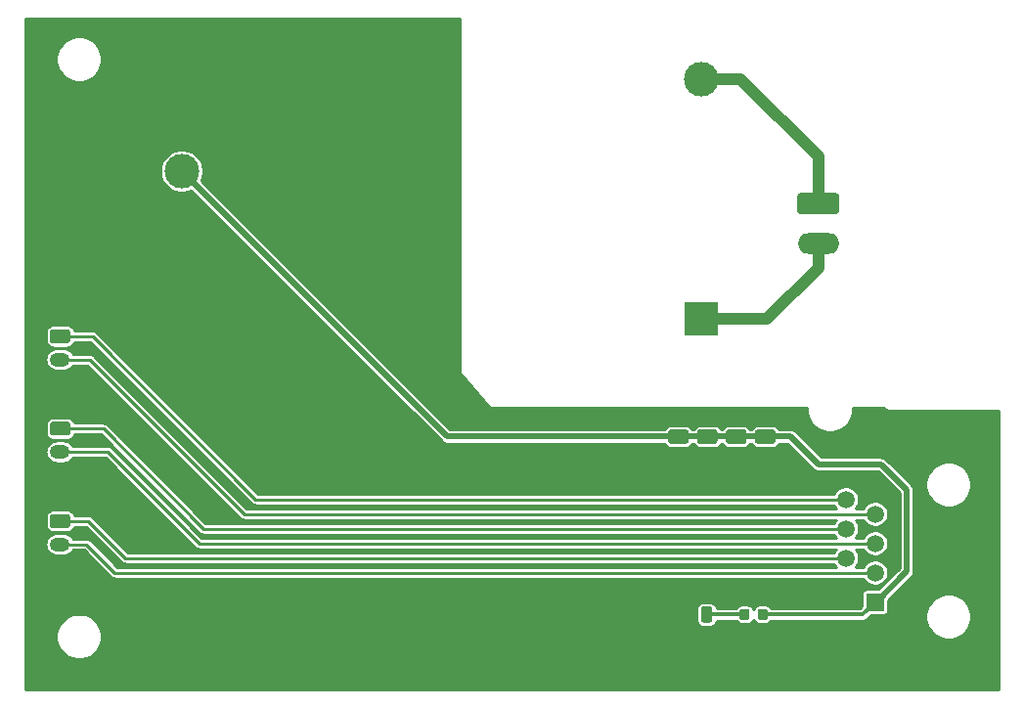
<source format=gbr>
G04 #@! TF.GenerationSoftware,KiCad,Pcbnew,(5.1.5)-3*
G04 #@! TF.CreationDate,2020-05-14T21:27:17-06:00*
G04 #@! TF.ProjectId,GarageDoorPowerBoard,47617261-6765-4446-9f6f-72506f776572,rev?*
G04 #@! TF.SameCoordinates,Original*
G04 #@! TF.FileFunction,Copper,L1,Top*
G04 #@! TF.FilePolarity,Positive*
%FSLAX46Y46*%
G04 Gerber Fmt 4.6, Leading zero omitted, Abs format (unit mm)*
G04 Created by KiCad (PCBNEW (5.1.5)-3) date 2020-05-14 21:27:17*
%MOMM*%
%LPD*%
G04 APERTURE LIST*
%ADD10C,0.100000*%
%ADD11R,3.000000X3.000000*%
%ADD12C,3.000000*%
%ADD13C,1.500000*%
%ADD14R,1.500000X1.500000*%
%ADD15O,1.750000X1.200000*%
%ADD16O,3.600000X1.800000*%
%ADD17C,0.800000*%
%ADD18C,0.500000*%
%ADD19C,0.350000*%
%ADD20C,1.000000*%
%ADD21C,0.250000*%
%ADD22C,0.254000*%
G04 APERTURE END LIST*
G04 #@! TA.AperFunction,SMDPad,CuDef*
D10*
G36*
X164452691Y-114526053D02*
G01*
X164473926Y-114529203D01*
X164494750Y-114534419D01*
X164514962Y-114541651D01*
X164534368Y-114550830D01*
X164552781Y-114561866D01*
X164570024Y-114574654D01*
X164585930Y-114589070D01*
X164600346Y-114604976D01*
X164613134Y-114622219D01*
X164624170Y-114640632D01*
X164633349Y-114660038D01*
X164640581Y-114680250D01*
X164645797Y-114701074D01*
X164648947Y-114722309D01*
X164650000Y-114743750D01*
X164650000Y-115256250D01*
X164648947Y-115277691D01*
X164645797Y-115298926D01*
X164640581Y-115319750D01*
X164633349Y-115339962D01*
X164624170Y-115359368D01*
X164613134Y-115377781D01*
X164600346Y-115395024D01*
X164585930Y-115410930D01*
X164570024Y-115425346D01*
X164552781Y-115438134D01*
X164534368Y-115449170D01*
X164514962Y-115458349D01*
X164494750Y-115465581D01*
X164473926Y-115470797D01*
X164452691Y-115473947D01*
X164431250Y-115475000D01*
X163993750Y-115475000D01*
X163972309Y-115473947D01*
X163951074Y-115470797D01*
X163930250Y-115465581D01*
X163910038Y-115458349D01*
X163890632Y-115449170D01*
X163872219Y-115438134D01*
X163854976Y-115425346D01*
X163839070Y-115410930D01*
X163824654Y-115395024D01*
X163811866Y-115377781D01*
X163800830Y-115359368D01*
X163791651Y-115339962D01*
X163784419Y-115319750D01*
X163779203Y-115298926D01*
X163776053Y-115277691D01*
X163775000Y-115256250D01*
X163775000Y-114743750D01*
X163776053Y-114722309D01*
X163779203Y-114701074D01*
X163784419Y-114680250D01*
X163791651Y-114660038D01*
X163800830Y-114640632D01*
X163811866Y-114622219D01*
X163824654Y-114604976D01*
X163839070Y-114589070D01*
X163854976Y-114574654D01*
X163872219Y-114561866D01*
X163890632Y-114550830D01*
X163910038Y-114541651D01*
X163930250Y-114534419D01*
X163951074Y-114529203D01*
X163972309Y-114526053D01*
X163993750Y-114525000D01*
X164431250Y-114525000D01*
X164452691Y-114526053D01*
G37*
G04 #@! TD.AperFunction*
G04 #@! TA.AperFunction,SMDPad,CuDef*
G36*
X166027691Y-114526053D02*
G01*
X166048926Y-114529203D01*
X166069750Y-114534419D01*
X166089962Y-114541651D01*
X166109368Y-114550830D01*
X166127781Y-114561866D01*
X166145024Y-114574654D01*
X166160930Y-114589070D01*
X166175346Y-114604976D01*
X166188134Y-114622219D01*
X166199170Y-114640632D01*
X166208349Y-114660038D01*
X166215581Y-114680250D01*
X166220797Y-114701074D01*
X166223947Y-114722309D01*
X166225000Y-114743750D01*
X166225000Y-115256250D01*
X166223947Y-115277691D01*
X166220797Y-115298926D01*
X166215581Y-115319750D01*
X166208349Y-115339962D01*
X166199170Y-115359368D01*
X166188134Y-115377781D01*
X166175346Y-115395024D01*
X166160930Y-115410930D01*
X166145024Y-115425346D01*
X166127781Y-115438134D01*
X166109368Y-115449170D01*
X166089962Y-115458349D01*
X166069750Y-115465581D01*
X166048926Y-115470797D01*
X166027691Y-115473947D01*
X166006250Y-115475000D01*
X165568750Y-115475000D01*
X165547309Y-115473947D01*
X165526074Y-115470797D01*
X165505250Y-115465581D01*
X165485038Y-115458349D01*
X165465632Y-115449170D01*
X165447219Y-115438134D01*
X165429976Y-115425346D01*
X165414070Y-115410930D01*
X165399654Y-115395024D01*
X165386866Y-115377781D01*
X165375830Y-115359368D01*
X165366651Y-115339962D01*
X165359419Y-115319750D01*
X165354203Y-115298926D01*
X165351053Y-115277691D01*
X165350000Y-115256250D01*
X165350000Y-114743750D01*
X165351053Y-114722309D01*
X165354203Y-114701074D01*
X165359419Y-114680250D01*
X165366651Y-114660038D01*
X165375830Y-114640632D01*
X165386866Y-114622219D01*
X165399654Y-114604976D01*
X165414070Y-114589070D01*
X165429976Y-114574654D01*
X165447219Y-114561866D01*
X165465632Y-114550830D01*
X165485038Y-114541651D01*
X165505250Y-114534419D01*
X165526074Y-114529203D01*
X165547309Y-114526053D01*
X165568750Y-114525000D01*
X166006250Y-114525000D01*
X166027691Y-114526053D01*
G37*
G04 #@! TD.AperFunction*
D11*
X160500000Y-89420000D03*
D12*
X115500000Y-76620000D03*
X160500000Y-68620000D03*
X115500000Y-68620000D03*
D13*
X172980000Y-105030000D03*
X175520000Y-106300000D03*
X172980000Y-107570000D03*
X175520000Y-108840000D03*
X172980000Y-110110000D03*
X175520000Y-111380000D03*
X172980000Y-112650000D03*
D14*
X175520000Y-113920000D03*
D15*
X104962800Y-92920000D03*
G04 #@! TA.AperFunction,ComponentPad*
D10*
G36*
X105612305Y-90321204D02*
G01*
X105636573Y-90324804D01*
X105660372Y-90330765D01*
X105683471Y-90339030D01*
X105705650Y-90349520D01*
X105726693Y-90362132D01*
X105746399Y-90376747D01*
X105764577Y-90393223D01*
X105781053Y-90411401D01*
X105795668Y-90431107D01*
X105808280Y-90452150D01*
X105818770Y-90474329D01*
X105827035Y-90497428D01*
X105832996Y-90521227D01*
X105836596Y-90545495D01*
X105837800Y-90569999D01*
X105837800Y-91270001D01*
X105836596Y-91294505D01*
X105832996Y-91318773D01*
X105827035Y-91342572D01*
X105818770Y-91365671D01*
X105808280Y-91387850D01*
X105795668Y-91408893D01*
X105781053Y-91428599D01*
X105764577Y-91446777D01*
X105746399Y-91463253D01*
X105726693Y-91477868D01*
X105705650Y-91490480D01*
X105683471Y-91500970D01*
X105660372Y-91509235D01*
X105636573Y-91515196D01*
X105612305Y-91518796D01*
X105587801Y-91520000D01*
X104337799Y-91520000D01*
X104313295Y-91518796D01*
X104289027Y-91515196D01*
X104265228Y-91509235D01*
X104242129Y-91500970D01*
X104219950Y-91490480D01*
X104198907Y-91477868D01*
X104179201Y-91463253D01*
X104161023Y-91446777D01*
X104144547Y-91428599D01*
X104129932Y-91408893D01*
X104117320Y-91387850D01*
X104106830Y-91365671D01*
X104098565Y-91342572D01*
X104092604Y-91318773D01*
X104089004Y-91294505D01*
X104087800Y-91270001D01*
X104087800Y-90569999D01*
X104089004Y-90545495D01*
X104092604Y-90521227D01*
X104098565Y-90497428D01*
X104106830Y-90474329D01*
X104117320Y-90452150D01*
X104129932Y-90431107D01*
X104144547Y-90411401D01*
X104161023Y-90393223D01*
X104179201Y-90376747D01*
X104198907Y-90362132D01*
X104219950Y-90349520D01*
X104242129Y-90339030D01*
X104265228Y-90330765D01*
X104289027Y-90324804D01*
X104313295Y-90321204D01*
X104337799Y-90320000D01*
X105587801Y-90320000D01*
X105612305Y-90321204D01*
G37*
G04 #@! TD.AperFunction*
D15*
X104962800Y-100920000D03*
G04 #@! TA.AperFunction,ComponentPad*
D10*
G36*
X105612305Y-98321204D02*
G01*
X105636573Y-98324804D01*
X105660372Y-98330765D01*
X105683471Y-98339030D01*
X105705650Y-98349520D01*
X105726693Y-98362132D01*
X105746399Y-98376747D01*
X105764577Y-98393223D01*
X105781053Y-98411401D01*
X105795668Y-98431107D01*
X105808280Y-98452150D01*
X105818770Y-98474329D01*
X105827035Y-98497428D01*
X105832996Y-98521227D01*
X105836596Y-98545495D01*
X105837800Y-98569999D01*
X105837800Y-99270001D01*
X105836596Y-99294505D01*
X105832996Y-99318773D01*
X105827035Y-99342572D01*
X105818770Y-99365671D01*
X105808280Y-99387850D01*
X105795668Y-99408893D01*
X105781053Y-99428599D01*
X105764577Y-99446777D01*
X105746399Y-99463253D01*
X105726693Y-99477868D01*
X105705650Y-99490480D01*
X105683471Y-99500970D01*
X105660372Y-99509235D01*
X105636573Y-99515196D01*
X105612305Y-99518796D01*
X105587801Y-99520000D01*
X104337799Y-99520000D01*
X104313295Y-99518796D01*
X104289027Y-99515196D01*
X104265228Y-99509235D01*
X104242129Y-99500970D01*
X104219950Y-99490480D01*
X104198907Y-99477868D01*
X104179201Y-99463253D01*
X104161023Y-99446777D01*
X104144547Y-99428599D01*
X104129932Y-99408893D01*
X104117320Y-99387850D01*
X104106830Y-99365671D01*
X104098565Y-99342572D01*
X104092604Y-99318773D01*
X104089004Y-99294505D01*
X104087800Y-99270001D01*
X104087800Y-98569999D01*
X104089004Y-98545495D01*
X104092604Y-98521227D01*
X104098565Y-98497428D01*
X104106830Y-98474329D01*
X104117320Y-98452150D01*
X104129932Y-98431107D01*
X104144547Y-98411401D01*
X104161023Y-98393223D01*
X104179201Y-98376747D01*
X104198907Y-98362132D01*
X104219950Y-98349520D01*
X104242129Y-98339030D01*
X104265228Y-98330765D01*
X104289027Y-98324804D01*
X104313295Y-98321204D01*
X104337799Y-98320000D01*
X105587801Y-98320000D01*
X105612305Y-98321204D01*
G37*
G04 #@! TD.AperFunction*
D15*
X104962800Y-108920000D03*
G04 #@! TA.AperFunction,ComponentPad*
D10*
G36*
X105612305Y-106321204D02*
G01*
X105636573Y-106324804D01*
X105660372Y-106330765D01*
X105683471Y-106339030D01*
X105705650Y-106349520D01*
X105726693Y-106362132D01*
X105746399Y-106376747D01*
X105764577Y-106393223D01*
X105781053Y-106411401D01*
X105795668Y-106431107D01*
X105808280Y-106452150D01*
X105818770Y-106474329D01*
X105827035Y-106497428D01*
X105832996Y-106521227D01*
X105836596Y-106545495D01*
X105837800Y-106569999D01*
X105837800Y-107270001D01*
X105836596Y-107294505D01*
X105832996Y-107318773D01*
X105827035Y-107342572D01*
X105818770Y-107365671D01*
X105808280Y-107387850D01*
X105795668Y-107408893D01*
X105781053Y-107428599D01*
X105764577Y-107446777D01*
X105746399Y-107463253D01*
X105726693Y-107477868D01*
X105705650Y-107490480D01*
X105683471Y-107500970D01*
X105660372Y-107509235D01*
X105636573Y-107515196D01*
X105612305Y-107518796D01*
X105587801Y-107520000D01*
X104337799Y-107520000D01*
X104313295Y-107518796D01*
X104289027Y-107515196D01*
X104265228Y-107509235D01*
X104242129Y-107500970D01*
X104219950Y-107490480D01*
X104198907Y-107477868D01*
X104179201Y-107463253D01*
X104161023Y-107446777D01*
X104144547Y-107428599D01*
X104129932Y-107408893D01*
X104117320Y-107387850D01*
X104106830Y-107365671D01*
X104098565Y-107342572D01*
X104092604Y-107318773D01*
X104089004Y-107294505D01*
X104087800Y-107270001D01*
X104087800Y-106569999D01*
X104089004Y-106545495D01*
X104092604Y-106521227D01*
X104098565Y-106497428D01*
X104106830Y-106474329D01*
X104117320Y-106452150D01*
X104129932Y-106431107D01*
X104144547Y-106411401D01*
X104161023Y-106393223D01*
X104179201Y-106376747D01*
X104198907Y-106362132D01*
X104219950Y-106349520D01*
X104242129Y-106339030D01*
X104265228Y-106330765D01*
X104289027Y-106324804D01*
X104313295Y-106321204D01*
X104337799Y-106320000D01*
X105587801Y-106320000D01*
X105612305Y-106321204D01*
G37*
G04 #@! TD.AperFunction*
D16*
X170600000Y-82920000D03*
G04 #@! TA.AperFunction,ComponentPad*
D10*
G36*
X172174504Y-78521204D02*
G01*
X172198773Y-78524804D01*
X172222571Y-78530765D01*
X172245671Y-78539030D01*
X172267849Y-78549520D01*
X172288893Y-78562133D01*
X172308598Y-78576747D01*
X172326777Y-78593223D01*
X172343253Y-78611402D01*
X172357867Y-78631107D01*
X172370480Y-78652151D01*
X172380970Y-78674329D01*
X172389235Y-78697429D01*
X172395196Y-78721227D01*
X172398796Y-78745496D01*
X172400000Y-78770000D01*
X172400000Y-80070000D01*
X172398796Y-80094504D01*
X172395196Y-80118773D01*
X172389235Y-80142571D01*
X172380970Y-80165671D01*
X172370480Y-80187849D01*
X172357867Y-80208893D01*
X172343253Y-80228598D01*
X172326777Y-80246777D01*
X172308598Y-80263253D01*
X172288893Y-80277867D01*
X172267849Y-80290480D01*
X172245671Y-80300970D01*
X172222571Y-80309235D01*
X172198773Y-80315196D01*
X172174504Y-80318796D01*
X172150000Y-80320000D01*
X169050000Y-80320000D01*
X169025496Y-80318796D01*
X169001227Y-80315196D01*
X168977429Y-80309235D01*
X168954329Y-80300970D01*
X168932151Y-80290480D01*
X168911107Y-80277867D01*
X168891402Y-80263253D01*
X168873223Y-80246777D01*
X168856747Y-80228598D01*
X168842133Y-80208893D01*
X168829520Y-80187849D01*
X168819030Y-80165671D01*
X168810765Y-80142571D01*
X168804804Y-80118773D01*
X168801204Y-80094504D01*
X168800000Y-80070000D01*
X168800000Y-78770000D01*
X168801204Y-78745496D01*
X168804804Y-78721227D01*
X168810765Y-78697429D01*
X168819030Y-78674329D01*
X168829520Y-78652151D01*
X168842133Y-78631107D01*
X168856747Y-78611402D01*
X168873223Y-78593223D01*
X168891402Y-78576747D01*
X168911107Y-78562133D01*
X168932151Y-78549520D01*
X168954329Y-78539030D01*
X168977429Y-78530765D01*
X169001227Y-78524804D01*
X169025496Y-78521204D01*
X169050000Y-78520000D01*
X172150000Y-78520000D01*
X172174504Y-78521204D01*
G37*
G04 #@! TD.AperFunction*
G04 #@! TA.AperFunction,SMDPad,CuDef*
G36*
X161205142Y-114301174D02*
G01*
X161228803Y-114304684D01*
X161252007Y-114310496D01*
X161274529Y-114318554D01*
X161296153Y-114328782D01*
X161316670Y-114341079D01*
X161335883Y-114355329D01*
X161353607Y-114371393D01*
X161369671Y-114389117D01*
X161383921Y-114408330D01*
X161396218Y-114428847D01*
X161406446Y-114450471D01*
X161414504Y-114472993D01*
X161420316Y-114496197D01*
X161423826Y-114519858D01*
X161425000Y-114543750D01*
X161425000Y-115456250D01*
X161423826Y-115480142D01*
X161420316Y-115503803D01*
X161414504Y-115527007D01*
X161406446Y-115549529D01*
X161396218Y-115571153D01*
X161383921Y-115591670D01*
X161369671Y-115610883D01*
X161353607Y-115628607D01*
X161335883Y-115644671D01*
X161316670Y-115658921D01*
X161296153Y-115671218D01*
X161274529Y-115681446D01*
X161252007Y-115689504D01*
X161228803Y-115695316D01*
X161205142Y-115698826D01*
X161181250Y-115700000D01*
X160693750Y-115700000D01*
X160669858Y-115698826D01*
X160646197Y-115695316D01*
X160622993Y-115689504D01*
X160600471Y-115681446D01*
X160578847Y-115671218D01*
X160558330Y-115658921D01*
X160539117Y-115644671D01*
X160521393Y-115628607D01*
X160505329Y-115610883D01*
X160491079Y-115591670D01*
X160478782Y-115571153D01*
X160468554Y-115549529D01*
X160460496Y-115527007D01*
X160454684Y-115503803D01*
X160451174Y-115480142D01*
X160450000Y-115456250D01*
X160450000Y-114543750D01*
X160451174Y-114519858D01*
X160454684Y-114496197D01*
X160460496Y-114472993D01*
X160468554Y-114450471D01*
X160478782Y-114428847D01*
X160491079Y-114408330D01*
X160505329Y-114389117D01*
X160521393Y-114371393D01*
X160539117Y-114355329D01*
X160558330Y-114341079D01*
X160578847Y-114328782D01*
X160600471Y-114318554D01*
X160622993Y-114310496D01*
X160646197Y-114304684D01*
X160669858Y-114301174D01*
X160693750Y-114300000D01*
X161181250Y-114300000D01*
X161205142Y-114301174D01*
G37*
G04 #@! TD.AperFunction*
G04 #@! TA.AperFunction,SMDPad,CuDef*
G36*
X159330142Y-114301174D02*
G01*
X159353803Y-114304684D01*
X159377007Y-114310496D01*
X159399529Y-114318554D01*
X159421153Y-114328782D01*
X159441670Y-114341079D01*
X159460883Y-114355329D01*
X159478607Y-114371393D01*
X159494671Y-114389117D01*
X159508921Y-114408330D01*
X159521218Y-114428847D01*
X159531446Y-114450471D01*
X159539504Y-114472993D01*
X159545316Y-114496197D01*
X159548826Y-114519858D01*
X159550000Y-114543750D01*
X159550000Y-115456250D01*
X159548826Y-115480142D01*
X159545316Y-115503803D01*
X159539504Y-115527007D01*
X159531446Y-115549529D01*
X159521218Y-115571153D01*
X159508921Y-115591670D01*
X159494671Y-115610883D01*
X159478607Y-115628607D01*
X159460883Y-115644671D01*
X159441670Y-115658921D01*
X159421153Y-115671218D01*
X159399529Y-115681446D01*
X159377007Y-115689504D01*
X159353803Y-115695316D01*
X159330142Y-115698826D01*
X159306250Y-115700000D01*
X158818750Y-115700000D01*
X158794858Y-115698826D01*
X158771197Y-115695316D01*
X158747993Y-115689504D01*
X158725471Y-115681446D01*
X158703847Y-115671218D01*
X158683330Y-115658921D01*
X158664117Y-115644671D01*
X158646393Y-115628607D01*
X158630329Y-115610883D01*
X158616079Y-115591670D01*
X158603782Y-115571153D01*
X158593554Y-115549529D01*
X158585496Y-115527007D01*
X158579684Y-115503803D01*
X158576174Y-115480142D01*
X158575000Y-115456250D01*
X158575000Y-114543750D01*
X158576174Y-114519858D01*
X158579684Y-114496197D01*
X158585496Y-114472993D01*
X158593554Y-114450471D01*
X158603782Y-114428847D01*
X158616079Y-114408330D01*
X158630329Y-114389117D01*
X158646393Y-114371393D01*
X158664117Y-114355329D01*
X158683330Y-114341079D01*
X158703847Y-114328782D01*
X158725471Y-114318554D01*
X158747993Y-114310496D01*
X158771197Y-114304684D01*
X158794858Y-114301174D01*
X158818750Y-114300000D01*
X159306250Y-114300000D01*
X159330142Y-114301174D01*
G37*
G04 #@! TD.AperFunction*
G04 #@! TA.AperFunction,SMDPad,CuDef*
G36*
X166649504Y-101776204D02*
G01*
X166673773Y-101779804D01*
X166697571Y-101785765D01*
X166720671Y-101794030D01*
X166742849Y-101804520D01*
X166763893Y-101817133D01*
X166783598Y-101831747D01*
X166801777Y-101848223D01*
X166818253Y-101866402D01*
X166832867Y-101886107D01*
X166845480Y-101907151D01*
X166855970Y-101929329D01*
X166864235Y-101952429D01*
X166870196Y-101976227D01*
X166873796Y-102000496D01*
X166875000Y-102025000D01*
X166875000Y-102775000D01*
X166873796Y-102799504D01*
X166870196Y-102823773D01*
X166864235Y-102847571D01*
X166855970Y-102870671D01*
X166845480Y-102892849D01*
X166832867Y-102913893D01*
X166818253Y-102933598D01*
X166801777Y-102951777D01*
X166783598Y-102968253D01*
X166763893Y-102982867D01*
X166742849Y-102995480D01*
X166720671Y-103005970D01*
X166697571Y-103014235D01*
X166673773Y-103020196D01*
X166649504Y-103023796D01*
X166625000Y-103025000D01*
X165375000Y-103025000D01*
X165350496Y-103023796D01*
X165326227Y-103020196D01*
X165302429Y-103014235D01*
X165279329Y-103005970D01*
X165257151Y-102995480D01*
X165236107Y-102982867D01*
X165216402Y-102968253D01*
X165198223Y-102951777D01*
X165181747Y-102933598D01*
X165167133Y-102913893D01*
X165154520Y-102892849D01*
X165144030Y-102870671D01*
X165135765Y-102847571D01*
X165129804Y-102823773D01*
X165126204Y-102799504D01*
X165125000Y-102775000D01*
X165125000Y-102025000D01*
X165126204Y-102000496D01*
X165129804Y-101976227D01*
X165135765Y-101952429D01*
X165144030Y-101929329D01*
X165154520Y-101907151D01*
X165167133Y-101886107D01*
X165181747Y-101866402D01*
X165198223Y-101848223D01*
X165216402Y-101831747D01*
X165236107Y-101817133D01*
X165257151Y-101804520D01*
X165279329Y-101794030D01*
X165302429Y-101785765D01*
X165326227Y-101779804D01*
X165350496Y-101776204D01*
X165375000Y-101775000D01*
X166625000Y-101775000D01*
X166649504Y-101776204D01*
G37*
G04 #@! TD.AperFunction*
G04 #@! TA.AperFunction,SMDPad,CuDef*
G36*
X166649504Y-98976204D02*
G01*
X166673773Y-98979804D01*
X166697571Y-98985765D01*
X166720671Y-98994030D01*
X166742849Y-99004520D01*
X166763893Y-99017133D01*
X166783598Y-99031747D01*
X166801777Y-99048223D01*
X166818253Y-99066402D01*
X166832867Y-99086107D01*
X166845480Y-99107151D01*
X166855970Y-99129329D01*
X166864235Y-99152429D01*
X166870196Y-99176227D01*
X166873796Y-99200496D01*
X166875000Y-99225000D01*
X166875000Y-99975000D01*
X166873796Y-99999504D01*
X166870196Y-100023773D01*
X166864235Y-100047571D01*
X166855970Y-100070671D01*
X166845480Y-100092849D01*
X166832867Y-100113893D01*
X166818253Y-100133598D01*
X166801777Y-100151777D01*
X166783598Y-100168253D01*
X166763893Y-100182867D01*
X166742849Y-100195480D01*
X166720671Y-100205970D01*
X166697571Y-100214235D01*
X166673773Y-100220196D01*
X166649504Y-100223796D01*
X166625000Y-100225000D01*
X165375000Y-100225000D01*
X165350496Y-100223796D01*
X165326227Y-100220196D01*
X165302429Y-100214235D01*
X165279329Y-100205970D01*
X165257151Y-100195480D01*
X165236107Y-100182867D01*
X165216402Y-100168253D01*
X165198223Y-100151777D01*
X165181747Y-100133598D01*
X165167133Y-100113893D01*
X165154520Y-100092849D01*
X165144030Y-100070671D01*
X165135765Y-100047571D01*
X165129804Y-100023773D01*
X165126204Y-99999504D01*
X165125000Y-99975000D01*
X165125000Y-99225000D01*
X165126204Y-99200496D01*
X165129804Y-99176227D01*
X165135765Y-99152429D01*
X165144030Y-99129329D01*
X165154520Y-99107151D01*
X165167133Y-99086107D01*
X165181747Y-99066402D01*
X165198223Y-99048223D01*
X165216402Y-99031747D01*
X165236107Y-99017133D01*
X165257151Y-99004520D01*
X165279329Y-98994030D01*
X165302429Y-98985765D01*
X165326227Y-98979804D01*
X165350496Y-98976204D01*
X165375000Y-98975000D01*
X166625000Y-98975000D01*
X166649504Y-98976204D01*
G37*
G04 #@! TD.AperFunction*
G04 #@! TA.AperFunction,SMDPad,CuDef*
G36*
X164149504Y-101776204D02*
G01*
X164173773Y-101779804D01*
X164197571Y-101785765D01*
X164220671Y-101794030D01*
X164242849Y-101804520D01*
X164263893Y-101817133D01*
X164283598Y-101831747D01*
X164301777Y-101848223D01*
X164318253Y-101866402D01*
X164332867Y-101886107D01*
X164345480Y-101907151D01*
X164355970Y-101929329D01*
X164364235Y-101952429D01*
X164370196Y-101976227D01*
X164373796Y-102000496D01*
X164375000Y-102025000D01*
X164375000Y-102775000D01*
X164373796Y-102799504D01*
X164370196Y-102823773D01*
X164364235Y-102847571D01*
X164355970Y-102870671D01*
X164345480Y-102892849D01*
X164332867Y-102913893D01*
X164318253Y-102933598D01*
X164301777Y-102951777D01*
X164283598Y-102968253D01*
X164263893Y-102982867D01*
X164242849Y-102995480D01*
X164220671Y-103005970D01*
X164197571Y-103014235D01*
X164173773Y-103020196D01*
X164149504Y-103023796D01*
X164125000Y-103025000D01*
X162875000Y-103025000D01*
X162850496Y-103023796D01*
X162826227Y-103020196D01*
X162802429Y-103014235D01*
X162779329Y-103005970D01*
X162757151Y-102995480D01*
X162736107Y-102982867D01*
X162716402Y-102968253D01*
X162698223Y-102951777D01*
X162681747Y-102933598D01*
X162667133Y-102913893D01*
X162654520Y-102892849D01*
X162644030Y-102870671D01*
X162635765Y-102847571D01*
X162629804Y-102823773D01*
X162626204Y-102799504D01*
X162625000Y-102775000D01*
X162625000Y-102025000D01*
X162626204Y-102000496D01*
X162629804Y-101976227D01*
X162635765Y-101952429D01*
X162644030Y-101929329D01*
X162654520Y-101907151D01*
X162667133Y-101886107D01*
X162681747Y-101866402D01*
X162698223Y-101848223D01*
X162716402Y-101831747D01*
X162736107Y-101817133D01*
X162757151Y-101804520D01*
X162779329Y-101794030D01*
X162802429Y-101785765D01*
X162826227Y-101779804D01*
X162850496Y-101776204D01*
X162875000Y-101775000D01*
X164125000Y-101775000D01*
X164149504Y-101776204D01*
G37*
G04 #@! TD.AperFunction*
G04 #@! TA.AperFunction,SMDPad,CuDef*
G36*
X164149504Y-98976204D02*
G01*
X164173773Y-98979804D01*
X164197571Y-98985765D01*
X164220671Y-98994030D01*
X164242849Y-99004520D01*
X164263893Y-99017133D01*
X164283598Y-99031747D01*
X164301777Y-99048223D01*
X164318253Y-99066402D01*
X164332867Y-99086107D01*
X164345480Y-99107151D01*
X164355970Y-99129329D01*
X164364235Y-99152429D01*
X164370196Y-99176227D01*
X164373796Y-99200496D01*
X164375000Y-99225000D01*
X164375000Y-99975000D01*
X164373796Y-99999504D01*
X164370196Y-100023773D01*
X164364235Y-100047571D01*
X164355970Y-100070671D01*
X164345480Y-100092849D01*
X164332867Y-100113893D01*
X164318253Y-100133598D01*
X164301777Y-100151777D01*
X164283598Y-100168253D01*
X164263893Y-100182867D01*
X164242849Y-100195480D01*
X164220671Y-100205970D01*
X164197571Y-100214235D01*
X164173773Y-100220196D01*
X164149504Y-100223796D01*
X164125000Y-100225000D01*
X162875000Y-100225000D01*
X162850496Y-100223796D01*
X162826227Y-100220196D01*
X162802429Y-100214235D01*
X162779329Y-100205970D01*
X162757151Y-100195480D01*
X162736107Y-100182867D01*
X162716402Y-100168253D01*
X162698223Y-100151777D01*
X162681747Y-100133598D01*
X162667133Y-100113893D01*
X162654520Y-100092849D01*
X162644030Y-100070671D01*
X162635765Y-100047571D01*
X162629804Y-100023773D01*
X162626204Y-99999504D01*
X162625000Y-99975000D01*
X162625000Y-99225000D01*
X162626204Y-99200496D01*
X162629804Y-99176227D01*
X162635765Y-99152429D01*
X162644030Y-99129329D01*
X162654520Y-99107151D01*
X162667133Y-99086107D01*
X162681747Y-99066402D01*
X162698223Y-99048223D01*
X162716402Y-99031747D01*
X162736107Y-99017133D01*
X162757151Y-99004520D01*
X162779329Y-98994030D01*
X162802429Y-98985765D01*
X162826227Y-98979804D01*
X162850496Y-98976204D01*
X162875000Y-98975000D01*
X164125000Y-98975000D01*
X164149504Y-98976204D01*
G37*
G04 #@! TD.AperFunction*
G04 #@! TA.AperFunction,SMDPad,CuDef*
G36*
X161649504Y-101776204D02*
G01*
X161673773Y-101779804D01*
X161697571Y-101785765D01*
X161720671Y-101794030D01*
X161742849Y-101804520D01*
X161763893Y-101817133D01*
X161783598Y-101831747D01*
X161801777Y-101848223D01*
X161818253Y-101866402D01*
X161832867Y-101886107D01*
X161845480Y-101907151D01*
X161855970Y-101929329D01*
X161864235Y-101952429D01*
X161870196Y-101976227D01*
X161873796Y-102000496D01*
X161875000Y-102025000D01*
X161875000Y-102775000D01*
X161873796Y-102799504D01*
X161870196Y-102823773D01*
X161864235Y-102847571D01*
X161855970Y-102870671D01*
X161845480Y-102892849D01*
X161832867Y-102913893D01*
X161818253Y-102933598D01*
X161801777Y-102951777D01*
X161783598Y-102968253D01*
X161763893Y-102982867D01*
X161742849Y-102995480D01*
X161720671Y-103005970D01*
X161697571Y-103014235D01*
X161673773Y-103020196D01*
X161649504Y-103023796D01*
X161625000Y-103025000D01*
X160375000Y-103025000D01*
X160350496Y-103023796D01*
X160326227Y-103020196D01*
X160302429Y-103014235D01*
X160279329Y-103005970D01*
X160257151Y-102995480D01*
X160236107Y-102982867D01*
X160216402Y-102968253D01*
X160198223Y-102951777D01*
X160181747Y-102933598D01*
X160167133Y-102913893D01*
X160154520Y-102892849D01*
X160144030Y-102870671D01*
X160135765Y-102847571D01*
X160129804Y-102823773D01*
X160126204Y-102799504D01*
X160125000Y-102775000D01*
X160125000Y-102025000D01*
X160126204Y-102000496D01*
X160129804Y-101976227D01*
X160135765Y-101952429D01*
X160144030Y-101929329D01*
X160154520Y-101907151D01*
X160167133Y-101886107D01*
X160181747Y-101866402D01*
X160198223Y-101848223D01*
X160216402Y-101831747D01*
X160236107Y-101817133D01*
X160257151Y-101804520D01*
X160279329Y-101794030D01*
X160302429Y-101785765D01*
X160326227Y-101779804D01*
X160350496Y-101776204D01*
X160375000Y-101775000D01*
X161625000Y-101775000D01*
X161649504Y-101776204D01*
G37*
G04 #@! TD.AperFunction*
G04 #@! TA.AperFunction,SMDPad,CuDef*
G36*
X161649504Y-98976204D02*
G01*
X161673773Y-98979804D01*
X161697571Y-98985765D01*
X161720671Y-98994030D01*
X161742849Y-99004520D01*
X161763893Y-99017133D01*
X161783598Y-99031747D01*
X161801777Y-99048223D01*
X161818253Y-99066402D01*
X161832867Y-99086107D01*
X161845480Y-99107151D01*
X161855970Y-99129329D01*
X161864235Y-99152429D01*
X161870196Y-99176227D01*
X161873796Y-99200496D01*
X161875000Y-99225000D01*
X161875000Y-99975000D01*
X161873796Y-99999504D01*
X161870196Y-100023773D01*
X161864235Y-100047571D01*
X161855970Y-100070671D01*
X161845480Y-100092849D01*
X161832867Y-100113893D01*
X161818253Y-100133598D01*
X161801777Y-100151777D01*
X161783598Y-100168253D01*
X161763893Y-100182867D01*
X161742849Y-100195480D01*
X161720671Y-100205970D01*
X161697571Y-100214235D01*
X161673773Y-100220196D01*
X161649504Y-100223796D01*
X161625000Y-100225000D01*
X160375000Y-100225000D01*
X160350496Y-100223796D01*
X160326227Y-100220196D01*
X160302429Y-100214235D01*
X160279329Y-100205970D01*
X160257151Y-100195480D01*
X160236107Y-100182867D01*
X160216402Y-100168253D01*
X160198223Y-100151777D01*
X160181747Y-100133598D01*
X160167133Y-100113893D01*
X160154520Y-100092849D01*
X160144030Y-100070671D01*
X160135765Y-100047571D01*
X160129804Y-100023773D01*
X160126204Y-99999504D01*
X160125000Y-99975000D01*
X160125000Y-99225000D01*
X160126204Y-99200496D01*
X160129804Y-99176227D01*
X160135765Y-99152429D01*
X160144030Y-99129329D01*
X160154520Y-99107151D01*
X160167133Y-99086107D01*
X160181747Y-99066402D01*
X160198223Y-99048223D01*
X160216402Y-99031747D01*
X160236107Y-99017133D01*
X160257151Y-99004520D01*
X160279329Y-98994030D01*
X160302429Y-98985765D01*
X160326227Y-98979804D01*
X160350496Y-98976204D01*
X160375000Y-98975000D01*
X161625000Y-98975000D01*
X161649504Y-98976204D01*
G37*
G04 #@! TD.AperFunction*
G04 #@! TA.AperFunction,SMDPad,CuDef*
G36*
X159149504Y-101776204D02*
G01*
X159173773Y-101779804D01*
X159197571Y-101785765D01*
X159220671Y-101794030D01*
X159242849Y-101804520D01*
X159263893Y-101817133D01*
X159283598Y-101831747D01*
X159301777Y-101848223D01*
X159318253Y-101866402D01*
X159332867Y-101886107D01*
X159345480Y-101907151D01*
X159355970Y-101929329D01*
X159364235Y-101952429D01*
X159370196Y-101976227D01*
X159373796Y-102000496D01*
X159375000Y-102025000D01*
X159375000Y-102775000D01*
X159373796Y-102799504D01*
X159370196Y-102823773D01*
X159364235Y-102847571D01*
X159355970Y-102870671D01*
X159345480Y-102892849D01*
X159332867Y-102913893D01*
X159318253Y-102933598D01*
X159301777Y-102951777D01*
X159283598Y-102968253D01*
X159263893Y-102982867D01*
X159242849Y-102995480D01*
X159220671Y-103005970D01*
X159197571Y-103014235D01*
X159173773Y-103020196D01*
X159149504Y-103023796D01*
X159125000Y-103025000D01*
X157875000Y-103025000D01*
X157850496Y-103023796D01*
X157826227Y-103020196D01*
X157802429Y-103014235D01*
X157779329Y-103005970D01*
X157757151Y-102995480D01*
X157736107Y-102982867D01*
X157716402Y-102968253D01*
X157698223Y-102951777D01*
X157681747Y-102933598D01*
X157667133Y-102913893D01*
X157654520Y-102892849D01*
X157644030Y-102870671D01*
X157635765Y-102847571D01*
X157629804Y-102823773D01*
X157626204Y-102799504D01*
X157625000Y-102775000D01*
X157625000Y-102025000D01*
X157626204Y-102000496D01*
X157629804Y-101976227D01*
X157635765Y-101952429D01*
X157644030Y-101929329D01*
X157654520Y-101907151D01*
X157667133Y-101886107D01*
X157681747Y-101866402D01*
X157698223Y-101848223D01*
X157716402Y-101831747D01*
X157736107Y-101817133D01*
X157757151Y-101804520D01*
X157779329Y-101794030D01*
X157802429Y-101785765D01*
X157826227Y-101779804D01*
X157850496Y-101776204D01*
X157875000Y-101775000D01*
X159125000Y-101775000D01*
X159149504Y-101776204D01*
G37*
G04 #@! TD.AperFunction*
G04 #@! TA.AperFunction,SMDPad,CuDef*
G36*
X159149504Y-98976204D02*
G01*
X159173773Y-98979804D01*
X159197571Y-98985765D01*
X159220671Y-98994030D01*
X159242849Y-99004520D01*
X159263893Y-99017133D01*
X159283598Y-99031747D01*
X159301777Y-99048223D01*
X159318253Y-99066402D01*
X159332867Y-99086107D01*
X159345480Y-99107151D01*
X159355970Y-99129329D01*
X159364235Y-99152429D01*
X159370196Y-99176227D01*
X159373796Y-99200496D01*
X159375000Y-99225000D01*
X159375000Y-99975000D01*
X159373796Y-99999504D01*
X159370196Y-100023773D01*
X159364235Y-100047571D01*
X159355970Y-100070671D01*
X159345480Y-100092849D01*
X159332867Y-100113893D01*
X159318253Y-100133598D01*
X159301777Y-100151777D01*
X159283598Y-100168253D01*
X159263893Y-100182867D01*
X159242849Y-100195480D01*
X159220671Y-100205970D01*
X159197571Y-100214235D01*
X159173773Y-100220196D01*
X159149504Y-100223796D01*
X159125000Y-100225000D01*
X157875000Y-100225000D01*
X157850496Y-100223796D01*
X157826227Y-100220196D01*
X157802429Y-100214235D01*
X157779329Y-100205970D01*
X157757151Y-100195480D01*
X157736107Y-100182867D01*
X157716402Y-100168253D01*
X157698223Y-100151777D01*
X157681747Y-100133598D01*
X157667133Y-100113893D01*
X157654520Y-100092849D01*
X157644030Y-100070671D01*
X157635765Y-100047571D01*
X157629804Y-100023773D01*
X157626204Y-99999504D01*
X157625000Y-99975000D01*
X157625000Y-99225000D01*
X157626204Y-99200496D01*
X157629804Y-99176227D01*
X157635765Y-99152429D01*
X157644030Y-99129329D01*
X157654520Y-99107151D01*
X157667133Y-99086107D01*
X157681747Y-99066402D01*
X157698223Y-99048223D01*
X157716402Y-99031747D01*
X157736107Y-99017133D01*
X157757151Y-99004520D01*
X157779329Y-98994030D01*
X157802429Y-98985765D01*
X157826227Y-98979804D01*
X157850496Y-98976204D01*
X157875000Y-98975000D01*
X159125000Y-98975000D01*
X159149504Y-98976204D01*
G37*
G04 #@! TD.AperFunction*
D17*
X184810400Y-98323400D03*
X175666400Y-98298000D03*
X184886600Y-109347000D03*
X185064400Y-120421400D03*
X175310800Y-120700800D03*
X170205400Y-113258600D03*
X176936400Y-110159800D03*
X168757600Y-103251000D03*
X155854400Y-103251000D03*
X162255200Y-103860600D03*
X138785600Y-102209600D03*
X124942600Y-90855800D03*
X111277400Y-78054200D03*
X103911400Y-87833200D03*
X117805200Y-97637600D03*
X160858200Y-120751600D03*
X145059400Y-120802400D03*
X128981200Y-120726200D03*
X113258600Y-120700800D03*
X102793800Y-120827800D03*
X102641400Y-107975400D03*
X102641400Y-99949000D03*
X115036600Y-108788200D03*
X118440200Y-106045000D03*
X121056400Y-112903000D03*
X137134600Y-113004600D03*
X153009600Y-112852200D03*
X152069800Y-97967800D03*
X137922000Y-95377000D03*
X137896600Y-81203800D03*
X137972800Y-64998600D03*
X123875800Y-64744600D03*
X122936000Y-80365600D03*
X110794800Y-64643000D03*
X102870000Y-64592200D03*
X102844600Y-75209400D03*
X174980600Y-103835200D03*
D18*
X158500000Y-99600000D02*
X166000000Y-99600000D01*
X138480000Y-99600000D02*
X115500000Y-76620000D01*
X158500000Y-99600000D02*
X138480000Y-99600000D01*
D19*
X166225000Y-115000000D02*
X165787500Y-115000000D01*
X175520000Y-113920000D02*
X175520000Y-113938400D01*
X174458400Y-115000000D02*
X166225000Y-115000000D01*
X175520000Y-113938400D02*
X174458400Y-115000000D01*
D18*
X178257200Y-111252000D02*
X175589200Y-113920000D01*
X175589200Y-113920000D02*
X175520000Y-113920000D01*
X178257200Y-104241600D02*
X178257200Y-111252000D01*
X176022000Y-102006400D02*
X178257200Y-104241600D01*
X166000000Y-99600000D02*
X166875000Y-99600000D01*
X166875000Y-99600000D02*
X166881600Y-99593400D01*
X168198800Y-99593400D02*
X170611800Y-102006400D01*
X166881600Y-99593400D02*
X168198800Y-99593400D01*
X170611800Y-102006400D02*
X176022000Y-102006400D01*
D19*
X160937500Y-115000000D02*
X164212500Y-115000000D01*
D20*
X162500000Y-89420000D02*
X160500000Y-89420000D01*
X166180200Y-89420000D02*
X162500000Y-89420000D01*
X170600000Y-82920000D02*
X170600000Y-85000200D01*
X170600000Y-85000200D02*
X166180200Y-89420000D01*
X170600000Y-75375400D02*
X170600000Y-79420000D01*
X160500000Y-68620000D02*
X163844600Y-68620000D01*
X163844600Y-68620000D02*
X170600000Y-75375400D01*
D21*
X109702600Y-111379000D02*
X107243600Y-108920000D01*
X174458340Y-111379000D02*
X109702600Y-111379000D01*
X175520000Y-111380000D02*
X174459340Y-111380000D01*
X107243600Y-108920000D02*
X104962800Y-108920000D01*
X174459340Y-111380000D02*
X174458340Y-111379000D01*
X110618000Y-110110000D02*
X172980000Y-110110000D01*
X104962800Y-106920000D02*
X107428000Y-106920000D01*
X107428000Y-106920000D02*
X110618000Y-110110000D01*
X174459340Y-108840000D02*
X175520000Y-108840000D01*
X117017800Y-108839000D02*
X174458340Y-108839000D01*
X174458340Y-108839000D02*
X174459340Y-108840000D01*
X104962800Y-100920000D02*
X109098800Y-100920000D01*
X109098800Y-100920000D02*
X117017800Y-108839000D01*
X171919340Y-107570000D02*
X172980000Y-107570000D01*
X117350410Y-107570000D02*
X171919340Y-107570000D01*
X108700410Y-98920000D02*
X117350410Y-107570000D01*
X104962800Y-98920000D02*
X108700410Y-98920000D01*
X107525000Y-92920000D02*
X104962800Y-92920000D01*
X175520000Y-106300000D02*
X120905000Y-106300000D01*
X120905000Y-106300000D02*
X107525000Y-92920000D01*
X171919340Y-105030000D02*
X172980000Y-105030000D01*
X121895600Y-105030000D02*
X171919340Y-105030000D01*
X104962800Y-90920000D02*
X107785600Y-90920000D01*
X107785600Y-90920000D02*
X121895600Y-105030000D01*
D22*
G36*
X139573000Y-93980000D02*
G01*
X139575440Y-94004776D01*
X139582667Y-94028601D01*
X139594403Y-94050557D01*
X139601893Y-94060647D01*
X142065693Y-97057847D01*
X142083312Y-97075437D01*
X142104023Y-97089252D01*
X142127032Y-97098761D01*
X142151454Y-97103598D01*
X142163948Y-97104200D01*
X164033348Y-97078800D01*
X169619000Y-97078800D01*
X169619000Y-97451711D01*
X169695129Y-97834436D01*
X169844461Y-98194955D01*
X170061257Y-98519414D01*
X170337186Y-98795343D01*
X170661645Y-99012139D01*
X171022164Y-99161471D01*
X171404889Y-99237600D01*
X171795111Y-99237600D01*
X172177836Y-99161471D01*
X172538355Y-99012139D01*
X172862814Y-98795343D01*
X173138743Y-98519414D01*
X173355539Y-98194955D01*
X173504871Y-97834436D01*
X173581000Y-97451711D01*
X173581000Y-97078800D01*
X176224522Y-97078800D01*
X176260790Y-97146653D01*
X176311526Y-97208474D01*
X176373347Y-97259210D01*
X176443879Y-97296910D01*
X176520410Y-97320125D01*
X176580059Y-97326000D01*
X176580060Y-97326000D01*
X176600000Y-97327964D01*
X176619941Y-97326000D01*
X186194000Y-97326000D01*
X186194001Y-121514000D01*
X102006000Y-121514000D01*
X102006000Y-116724889D01*
X104619000Y-116724889D01*
X104619000Y-117115111D01*
X104695129Y-117497836D01*
X104844461Y-117858355D01*
X105061257Y-118182814D01*
X105337186Y-118458743D01*
X105661645Y-118675539D01*
X106022164Y-118824871D01*
X106404889Y-118901000D01*
X106795111Y-118901000D01*
X107177836Y-118824871D01*
X107538355Y-118675539D01*
X107862814Y-118458743D01*
X108138743Y-118182814D01*
X108355539Y-117858355D01*
X108504871Y-117497836D01*
X108581000Y-117115111D01*
X108581000Y-116724889D01*
X108504871Y-116342164D01*
X108355539Y-115981645D01*
X108138743Y-115657186D01*
X107862814Y-115381257D01*
X107538355Y-115164461D01*
X107177836Y-115015129D01*
X106795111Y-114939000D01*
X106404889Y-114939000D01*
X106022164Y-115015129D01*
X105661645Y-115164461D01*
X105337186Y-115381257D01*
X105061257Y-115657186D01*
X104844461Y-115981645D01*
X104695129Y-116342164D01*
X104619000Y-116724889D01*
X102006000Y-116724889D01*
X102006000Y-92920000D01*
X103702054Y-92920000D01*
X103720995Y-93112310D01*
X103777089Y-93297229D01*
X103868182Y-93467651D01*
X103990772Y-93617028D01*
X104140149Y-93739618D01*
X104310571Y-93830711D01*
X104495490Y-93886805D01*
X104639613Y-93901000D01*
X105285987Y-93901000D01*
X105430110Y-93886805D01*
X105615029Y-93830711D01*
X105785451Y-93739618D01*
X105934828Y-93617028D01*
X106057418Y-93467651D01*
X106079681Y-93426000D01*
X107315409Y-93426000D01*
X120529628Y-106640220D01*
X120545473Y-106659527D01*
X120622521Y-106722759D01*
X120710425Y-106769745D01*
X120783607Y-106791944D01*
X120805806Y-106798678D01*
X120815694Y-106799652D01*
X120880146Y-106806000D01*
X120880153Y-106806000D01*
X120904999Y-106808447D01*
X120929845Y-106806000D01*
X172144525Y-106806000D01*
X172101495Y-106849030D01*
X171977721Y-107034271D01*
X171965407Y-107064000D01*
X117560002Y-107064000D01*
X109075786Y-98579785D01*
X109059937Y-98560473D01*
X108982889Y-98497241D01*
X108894985Y-98450255D01*
X108799603Y-98421322D01*
X108725264Y-98414000D01*
X108725256Y-98414000D01*
X108700410Y-98411553D01*
X108675564Y-98414000D01*
X106198613Y-98414000D01*
X106172471Y-98327821D01*
X106113990Y-98218411D01*
X106035288Y-98122512D01*
X105939389Y-98043810D01*
X105829979Y-97985329D01*
X105711262Y-97949317D01*
X105587801Y-97937157D01*
X104337799Y-97937157D01*
X104214338Y-97949317D01*
X104095621Y-97985329D01*
X103986211Y-98043810D01*
X103890312Y-98122512D01*
X103811610Y-98218411D01*
X103753129Y-98327821D01*
X103717117Y-98446538D01*
X103704957Y-98569999D01*
X103704957Y-99270001D01*
X103717117Y-99393462D01*
X103753129Y-99512179D01*
X103811610Y-99621589D01*
X103890312Y-99717488D01*
X103986211Y-99796190D01*
X104095621Y-99854671D01*
X104214338Y-99890683D01*
X104337799Y-99902843D01*
X105587801Y-99902843D01*
X105711262Y-99890683D01*
X105829979Y-99854671D01*
X105939389Y-99796190D01*
X106035288Y-99717488D01*
X106113990Y-99621589D01*
X106172471Y-99512179D01*
X106198613Y-99426000D01*
X108490819Y-99426000D01*
X116975038Y-107910220D01*
X116990883Y-107929527D01*
X117067931Y-107992759D01*
X117155835Y-108039745D01*
X117229017Y-108061944D01*
X117251216Y-108068678D01*
X117261104Y-108069652D01*
X117325556Y-108076000D01*
X117325563Y-108076000D01*
X117350409Y-108078447D01*
X117375255Y-108076000D01*
X171965407Y-108076000D01*
X171977721Y-108105729D01*
X172101495Y-108290970D01*
X172143525Y-108333000D01*
X117227392Y-108333000D01*
X109474176Y-100579785D01*
X109458327Y-100560473D01*
X109381279Y-100497241D01*
X109293375Y-100450255D01*
X109197993Y-100421322D01*
X109123654Y-100414000D01*
X109123646Y-100414000D01*
X109098800Y-100411553D01*
X109073954Y-100414000D01*
X106079681Y-100414000D01*
X106057418Y-100372349D01*
X105934828Y-100222972D01*
X105785451Y-100100382D01*
X105615029Y-100009289D01*
X105430110Y-99953195D01*
X105285987Y-99939000D01*
X104639613Y-99939000D01*
X104495490Y-99953195D01*
X104310571Y-100009289D01*
X104140149Y-100100382D01*
X103990772Y-100222972D01*
X103868182Y-100372349D01*
X103777089Y-100542771D01*
X103720995Y-100727690D01*
X103702054Y-100920000D01*
X103720995Y-101112310D01*
X103777089Y-101297229D01*
X103868182Y-101467651D01*
X103990772Y-101617028D01*
X104140149Y-101739618D01*
X104310571Y-101830711D01*
X104495490Y-101886805D01*
X104639613Y-101901000D01*
X105285987Y-101901000D01*
X105430110Y-101886805D01*
X105615029Y-101830711D01*
X105785451Y-101739618D01*
X105934828Y-101617028D01*
X106057418Y-101467651D01*
X106079681Y-101426000D01*
X108889209Y-101426000D01*
X116642428Y-109179220D01*
X116658273Y-109198527D01*
X116735321Y-109261759D01*
X116823225Y-109308745D01*
X116918606Y-109337678D01*
X116928494Y-109338652D01*
X116992946Y-109345000D01*
X116992953Y-109345000D01*
X117017799Y-109347447D01*
X117042645Y-109345000D01*
X172145525Y-109345000D01*
X172101495Y-109389030D01*
X171977721Y-109574271D01*
X171965407Y-109604000D01*
X110827592Y-109604000D01*
X107803376Y-106579785D01*
X107787527Y-106560473D01*
X107710479Y-106497241D01*
X107622575Y-106450255D01*
X107527193Y-106421322D01*
X107452854Y-106414000D01*
X107452846Y-106414000D01*
X107428000Y-106411553D01*
X107403154Y-106414000D01*
X106198613Y-106414000D01*
X106172471Y-106327821D01*
X106113990Y-106218411D01*
X106035288Y-106122512D01*
X105939389Y-106043810D01*
X105829979Y-105985329D01*
X105711262Y-105949317D01*
X105587801Y-105937157D01*
X104337799Y-105937157D01*
X104214338Y-105949317D01*
X104095621Y-105985329D01*
X103986211Y-106043810D01*
X103890312Y-106122512D01*
X103811610Y-106218411D01*
X103753129Y-106327821D01*
X103717117Y-106446538D01*
X103704957Y-106569999D01*
X103704957Y-107270001D01*
X103717117Y-107393462D01*
X103753129Y-107512179D01*
X103811610Y-107621589D01*
X103890312Y-107717488D01*
X103986211Y-107796190D01*
X104095621Y-107854671D01*
X104214338Y-107890683D01*
X104337799Y-107902843D01*
X105587801Y-107902843D01*
X105711262Y-107890683D01*
X105829979Y-107854671D01*
X105939389Y-107796190D01*
X106035288Y-107717488D01*
X106113990Y-107621589D01*
X106172471Y-107512179D01*
X106198613Y-107426000D01*
X107218409Y-107426000D01*
X110242628Y-110450220D01*
X110258473Y-110469527D01*
X110335521Y-110532759D01*
X110423425Y-110579745D01*
X110496607Y-110601944D01*
X110518806Y-110608678D01*
X110528694Y-110609652D01*
X110593146Y-110616000D01*
X110593153Y-110616000D01*
X110617999Y-110618447D01*
X110642845Y-110616000D01*
X171965407Y-110616000D01*
X171977721Y-110645729D01*
X172101495Y-110830970D01*
X172143525Y-110873000D01*
X109912192Y-110873000D01*
X107618976Y-108579785D01*
X107603127Y-108560473D01*
X107526079Y-108497241D01*
X107438175Y-108450255D01*
X107342793Y-108421322D01*
X107268454Y-108414000D01*
X107268446Y-108414000D01*
X107243600Y-108411553D01*
X107218754Y-108414000D01*
X106079681Y-108414000D01*
X106057418Y-108372349D01*
X105934828Y-108222972D01*
X105785451Y-108100382D01*
X105615029Y-108009289D01*
X105430110Y-107953195D01*
X105285987Y-107939000D01*
X104639613Y-107939000D01*
X104495490Y-107953195D01*
X104310571Y-108009289D01*
X104140149Y-108100382D01*
X103990772Y-108222972D01*
X103868182Y-108372349D01*
X103777089Y-108542771D01*
X103720995Y-108727690D01*
X103702054Y-108920000D01*
X103720995Y-109112310D01*
X103777089Y-109297229D01*
X103868182Y-109467651D01*
X103990772Y-109617028D01*
X104140149Y-109739618D01*
X104310571Y-109830711D01*
X104495490Y-109886805D01*
X104639613Y-109901000D01*
X105285987Y-109901000D01*
X105430110Y-109886805D01*
X105615029Y-109830711D01*
X105785451Y-109739618D01*
X105934828Y-109617028D01*
X106057418Y-109467651D01*
X106079681Y-109426000D01*
X107034009Y-109426000D01*
X109327228Y-111719220D01*
X109343073Y-111738527D01*
X109420121Y-111801759D01*
X109487528Y-111837789D01*
X109508025Y-111848745D01*
X109603406Y-111877678D01*
X109613294Y-111878652D01*
X109677746Y-111885000D01*
X109677753Y-111885000D01*
X109702599Y-111887447D01*
X109727445Y-111885000D01*
X174424333Y-111885000D01*
X174434486Y-111886000D01*
X174434493Y-111886000D01*
X174459339Y-111888447D01*
X174484185Y-111886000D01*
X174505407Y-111886000D01*
X174517721Y-111915729D01*
X174641495Y-112100970D01*
X174799030Y-112258505D01*
X174984271Y-112382279D01*
X175190100Y-112467536D01*
X175408606Y-112511000D01*
X175631394Y-112511000D01*
X175849900Y-112467536D01*
X176055729Y-112382279D01*
X176240970Y-112258505D01*
X176398505Y-112100970D01*
X176522279Y-111915729D01*
X176607536Y-111709900D01*
X176651000Y-111491394D01*
X176651000Y-111268606D01*
X176607536Y-111050100D01*
X176522279Y-110844271D01*
X176398505Y-110659030D01*
X176240970Y-110501495D01*
X176055729Y-110377721D01*
X175849900Y-110292464D01*
X175631394Y-110249000D01*
X175408606Y-110249000D01*
X175190100Y-110292464D01*
X174984271Y-110377721D01*
X174799030Y-110501495D01*
X174641495Y-110659030D01*
X174517721Y-110844271D01*
X174505407Y-110874000D01*
X174493347Y-110874000D01*
X174483194Y-110873000D01*
X174483186Y-110873000D01*
X174458340Y-110870553D01*
X174433494Y-110873000D01*
X173816475Y-110873000D01*
X173858505Y-110830970D01*
X173982279Y-110645729D01*
X174067536Y-110439900D01*
X174111000Y-110221394D01*
X174111000Y-109998606D01*
X174067536Y-109780100D01*
X173982279Y-109574271D01*
X173858505Y-109389030D01*
X173814475Y-109345000D01*
X174424333Y-109345000D01*
X174434486Y-109346000D01*
X174434493Y-109346000D01*
X174459339Y-109348447D01*
X174484185Y-109346000D01*
X174505407Y-109346000D01*
X174517721Y-109375729D01*
X174641495Y-109560970D01*
X174799030Y-109718505D01*
X174984271Y-109842279D01*
X175190100Y-109927536D01*
X175408606Y-109971000D01*
X175631394Y-109971000D01*
X175849900Y-109927536D01*
X176055729Y-109842279D01*
X176240970Y-109718505D01*
X176398505Y-109560970D01*
X176522279Y-109375729D01*
X176607536Y-109169900D01*
X176651000Y-108951394D01*
X176651000Y-108728606D01*
X176607536Y-108510100D01*
X176522279Y-108304271D01*
X176398505Y-108119030D01*
X176240970Y-107961495D01*
X176055729Y-107837721D01*
X175849900Y-107752464D01*
X175631394Y-107709000D01*
X175408606Y-107709000D01*
X175190100Y-107752464D01*
X174984271Y-107837721D01*
X174799030Y-107961495D01*
X174641495Y-108119030D01*
X174517721Y-108304271D01*
X174505407Y-108334000D01*
X174493347Y-108334000D01*
X174483194Y-108333000D01*
X174483186Y-108333000D01*
X174458340Y-108330553D01*
X174433494Y-108333000D01*
X173816475Y-108333000D01*
X173858505Y-108290970D01*
X173982279Y-108105729D01*
X174067536Y-107899900D01*
X174111000Y-107681394D01*
X174111000Y-107458606D01*
X174067536Y-107240100D01*
X173982279Y-107034271D01*
X173858505Y-106849030D01*
X173815475Y-106806000D01*
X174505407Y-106806000D01*
X174517721Y-106835729D01*
X174641495Y-107020970D01*
X174799030Y-107178505D01*
X174984271Y-107302279D01*
X175190100Y-107387536D01*
X175408606Y-107431000D01*
X175631394Y-107431000D01*
X175849900Y-107387536D01*
X176055729Y-107302279D01*
X176240970Y-107178505D01*
X176398505Y-107020970D01*
X176522279Y-106835729D01*
X176607536Y-106629900D01*
X176651000Y-106411394D01*
X176651000Y-106188606D01*
X176607536Y-105970100D01*
X176522279Y-105764271D01*
X176398505Y-105579030D01*
X176240970Y-105421495D01*
X176055729Y-105297721D01*
X175849900Y-105212464D01*
X175631394Y-105169000D01*
X175408606Y-105169000D01*
X175190100Y-105212464D01*
X174984271Y-105297721D01*
X174799030Y-105421495D01*
X174641495Y-105579030D01*
X174517721Y-105764271D01*
X174505407Y-105794000D01*
X173815475Y-105794000D01*
X173858505Y-105750970D01*
X173982279Y-105565729D01*
X174067536Y-105359900D01*
X174111000Y-105141394D01*
X174111000Y-104918606D01*
X174067536Y-104700100D01*
X173982279Y-104494271D01*
X173858505Y-104309030D01*
X173700970Y-104151495D01*
X173515729Y-104027721D01*
X173309900Y-103942464D01*
X173091394Y-103899000D01*
X172868606Y-103899000D01*
X172650100Y-103942464D01*
X172444271Y-104027721D01*
X172259030Y-104151495D01*
X172101495Y-104309030D01*
X171977721Y-104494271D01*
X171965407Y-104524000D01*
X122105192Y-104524000D01*
X108160976Y-90579785D01*
X108145127Y-90560473D01*
X108068079Y-90497241D01*
X107980175Y-90450255D01*
X107884793Y-90421322D01*
X107810454Y-90414000D01*
X107810446Y-90414000D01*
X107785600Y-90411553D01*
X107760754Y-90414000D01*
X106198613Y-90414000D01*
X106172471Y-90327821D01*
X106113990Y-90218411D01*
X106035288Y-90122512D01*
X105939389Y-90043810D01*
X105829979Y-89985329D01*
X105711262Y-89949317D01*
X105587801Y-89937157D01*
X104337799Y-89937157D01*
X104214338Y-89949317D01*
X104095621Y-89985329D01*
X103986211Y-90043810D01*
X103890312Y-90122512D01*
X103811610Y-90218411D01*
X103753129Y-90327821D01*
X103717117Y-90446538D01*
X103704957Y-90569999D01*
X103704957Y-91270001D01*
X103717117Y-91393462D01*
X103753129Y-91512179D01*
X103811610Y-91621589D01*
X103890312Y-91717488D01*
X103986211Y-91796190D01*
X104095621Y-91854671D01*
X104214338Y-91890683D01*
X104337799Y-91902843D01*
X105587801Y-91902843D01*
X105711262Y-91890683D01*
X105829979Y-91854671D01*
X105939389Y-91796190D01*
X106035288Y-91717488D01*
X106113990Y-91621589D01*
X106172471Y-91512179D01*
X106198613Y-91426000D01*
X107576009Y-91426000D01*
X121520228Y-105370220D01*
X121536073Y-105389527D01*
X121613121Y-105452759D01*
X121701025Y-105499745D01*
X121774207Y-105521944D01*
X121796406Y-105528678D01*
X121806294Y-105529652D01*
X121870746Y-105536000D01*
X121870753Y-105536000D01*
X121895599Y-105538447D01*
X121920445Y-105536000D01*
X171965407Y-105536000D01*
X171977721Y-105565729D01*
X172101495Y-105750970D01*
X172144525Y-105794000D01*
X121114592Y-105794000D01*
X107900376Y-92579785D01*
X107884527Y-92560473D01*
X107807479Y-92497241D01*
X107719575Y-92450255D01*
X107624193Y-92421322D01*
X107549854Y-92414000D01*
X107549846Y-92414000D01*
X107525000Y-92411553D01*
X107500154Y-92414000D01*
X106079681Y-92414000D01*
X106057418Y-92372349D01*
X105934828Y-92222972D01*
X105785451Y-92100382D01*
X105615029Y-92009289D01*
X105430110Y-91953195D01*
X105285987Y-91939000D01*
X104639613Y-91939000D01*
X104495490Y-91953195D01*
X104310571Y-92009289D01*
X104140149Y-92100382D01*
X103990772Y-92222972D01*
X103868182Y-92372349D01*
X103777089Y-92542771D01*
X103720995Y-92727690D01*
X103702054Y-92920000D01*
X102006000Y-92920000D01*
X102006000Y-76434738D01*
X113619000Y-76434738D01*
X113619000Y-76805262D01*
X113691286Y-77168667D01*
X113833080Y-77510987D01*
X114038932Y-77819067D01*
X114300933Y-78081068D01*
X114609013Y-78286920D01*
X114951333Y-78428714D01*
X115314738Y-78501000D01*
X115685262Y-78501000D01*
X116048667Y-78428714D01*
X116308655Y-78321023D01*
X138011899Y-100024268D01*
X138031657Y-100048343D01*
X138127739Y-100127196D01*
X138237358Y-100185789D01*
X138356302Y-100221870D01*
X138449002Y-100231000D01*
X138449009Y-100231000D01*
X138480000Y-100234052D01*
X138510990Y-100231000D01*
X157297716Y-100231000D01*
X157348810Y-100326589D01*
X157427512Y-100422488D01*
X157523411Y-100501190D01*
X157632821Y-100559671D01*
X157751538Y-100595683D01*
X157875000Y-100607843D01*
X159125000Y-100607843D01*
X159248462Y-100595683D01*
X159367179Y-100559671D01*
X159476589Y-100501190D01*
X159572488Y-100422488D01*
X159651190Y-100326589D01*
X159702284Y-100231000D01*
X159797716Y-100231000D01*
X159848810Y-100326589D01*
X159927512Y-100422488D01*
X160023411Y-100501190D01*
X160132821Y-100559671D01*
X160251538Y-100595683D01*
X160375000Y-100607843D01*
X161625000Y-100607843D01*
X161748462Y-100595683D01*
X161867179Y-100559671D01*
X161976589Y-100501190D01*
X162072488Y-100422488D01*
X162151190Y-100326589D01*
X162202284Y-100231000D01*
X162297716Y-100231000D01*
X162348810Y-100326589D01*
X162427512Y-100422488D01*
X162523411Y-100501190D01*
X162632821Y-100559671D01*
X162751538Y-100595683D01*
X162875000Y-100607843D01*
X164125000Y-100607843D01*
X164248462Y-100595683D01*
X164367179Y-100559671D01*
X164476589Y-100501190D01*
X164572488Y-100422488D01*
X164651190Y-100326589D01*
X164702284Y-100231000D01*
X164797716Y-100231000D01*
X164848810Y-100326589D01*
X164927512Y-100422488D01*
X165023411Y-100501190D01*
X165132821Y-100559671D01*
X165251538Y-100595683D01*
X165375000Y-100607843D01*
X166625000Y-100607843D01*
X166748462Y-100595683D01*
X166867179Y-100559671D01*
X166976589Y-100501190D01*
X167072488Y-100422488D01*
X167151190Y-100326589D01*
X167205811Y-100224400D01*
X167937432Y-100224400D01*
X170143699Y-102430668D01*
X170163457Y-102454743D01*
X170187532Y-102474501D01*
X170187534Y-102474503D01*
X170236508Y-102514695D01*
X170259539Y-102533596D01*
X170369158Y-102592189D01*
X170488102Y-102628270D01*
X170580802Y-102637400D01*
X170580811Y-102637400D01*
X170611799Y-102640452D01*
X170642787Y-102637400D01*
X175760632Y-102637400D01*
X177626200Y-104502969D01*
X177626201Y-110990630D01*
X175829675Y-112787157D01*
X174770000Y-112787157D01*
X174695311Y-112794513D01*
X174623492Y-112816299D01*
X174557304Y-112851678D01*
X174499289Y-112899289D01*
X174451678Y-112957304D01*
X174416299Y-113023492D01*
X174394513Y-113095311D01*
X174387157Y-113170000D01*
X174387157Y-114284942D01*
X174228099Y-114444000D01*
X166524884Y-114444000D01*
X166506456Y-114409523D01*
X166431640Y-114318360D01*
X166340477Y-114243544D01*
X166236470Y-114187951D01*
X166123615Y-114153716D01*
X166006250Y-114142157D01*
X165568750Y-114142157D01*
X165451385Y-114153716D01*
X165338530Y-114187951D01*
X165234523Y-114243544D01*
X165143360Y-114318360D01*
X165068544Y-114409523D01*
X165012951Y-114513530D01*
X165000000Y-114556223D01*
X164987049Y-114513530D01*
X164931456Y-114409523D01*
X164856640Y-114318360D01*
X164765477Y-114243544D01*
X164661470Y-114187951D01*
X164548615Y-114153716D01*
X164431250Y-114142157D01*
X163993750Y-114142157D01*
X163876385Y-114153716D01*
X163763530Y-114187951D01*
X163659523Y-114243544D01*
X163568360Y-114318360D01*
X163493544Y-114409523D01*
X163475116Y-114444000D01*
X161798018Y-114444000D01*
X161795803Y-114421508D01*
X161760146Y-114303963D01*
X161702243Y-114195634D01*
X161624318Y-114100682D01*
X161529366Y-114022757D01*
X161421037Y-113964854D01*
X161303492Y-113929197D01*
X161181250Y-113917157D01*
X160693750Y-113917157D01*
X160571508Y-113929197D01*
X160453963Y-113964854D01*
X160345634Y-114022757D01*
X160250682Y-114100682D01*
X160172757Y-114195634D01*
X160114854Y-114303963D01*
X160079197Y-114421508D01*
X160067157Y-114543750D01*
X160067157Y-115456250D01*
X160079197Y-115578492D01*
X160114854Y-115696037D01*
X160172757Y-115804366D01*
X160250682Y-115899318D01*
X160345634Y-115977243D01*
X160453963Y-116035146D01*
X160571508Y-116070803D01*
X160693750Y-116082843D01*
X161181250Y-116082843D01*
X161303492Y-116070803D01*
X161421037Y-116035146D01*
X161529366Y-115977243D01*
X161624318Y-115899318D01*
X161702243Y-115804366D01*
X161760146Y-115696037D01*
X161795803Y-115578492D01*
X161798018Y-115556000D01*
X163475116Y-115556000D01*
X163493544Y-115590477D01*
X163568360Y-115681640D01*
X163659523Y-115756456D01*
X163763530Y-115812049D01*
X163876385Y-115846284D01*
X163993750Y-115857843D01*
X164431250Y-115857843D01*
X164548615Y-115846284D01*
X164661470Y-115812049D01*
X164765477Y-115756456D01*
X164856640Y-115681640D01*
X164931456Y-115590477D01*
X164987049Y-115486470D01*
X165000000Y-115443777D01*
X165012951Y-115486470D01*
X165068544Y-115590477D01*
X165143360Y-115681640D01*
X165234523Y-115756456D01*
X165338530Y-115812049D01*
X165451385Y-115846284D01*
X165568750Y-115857843D01*
X166006250Y-115857843D01*
X166123615Y-115846284D01*
X166236470Y-115812049D01*
X166340477Y-115756456D01*
X166431640Y-115681640D01*
X166506456Y-115590477D01*
X166524884Y-115556000D01*
X174431096Y-115556000D01*
X174458400Y-115558689D01*
X174485704Y-115556000D01*
X174485712Y-115556000D01*
X174567395Y-115547955D01*
X174672201Y-115516162D01*
X174768792Y-115464534D01*
X174853453Y-115395053D01*
X174870869Y-115373832D01*
X175191858Y-115052843D01*
X176270000Y-115052843D01*
X176344689Y-115045487D01*
X176416508Y-115023701D01*
X176470410Y-114994889D01*
X179889000Y-114994889D01*
X179889000Y-115385111D01*
X179965129Y-115767836D01*
X180114461Y-116128355D01*
X180331257Y-116452814D01*
X180607186Y-116728743D01*
X180931645Y-116945539D01*
X181292164Y-117094871D01*
X181674889Y-117171000D01*
X182065111Y-117171000D01*
X182447836Y-117094871D01*
X182808355Y-116945539D01*
X183132814Y-116728743D01*
X183408743Y-116452814D01*
X183625539Y-116128355D01*
X183774871Y-115767836D01*
X183851000Y-115385111D01*
X183851000Y-114994889D01*
X183774871Y-114612164D01*
X183625539Y-114251645D01*
X183408743Y-113927186D01*
X183132814Y-113651257D01*
X182808355Y-113434461D01*
X182447836Y-113285129D01*
X182065111Y-113209000D01*
X181674889Y-113209000D01*
X181292164Y-113285129D01*
X180931645Y-113434461D01*
X180607186Y-113651257D01*
X180331257Y-113927186D01*
X180114461Y-114251645D01*
X179965129Y-114612164D01*
X179889000Y-114994889D01*
X176470410Y-114994889D01*
X176482696Y-114988322D01*
X176540711Y-114940711D01*
X176588322Y-114882696D01*
X176623701Y-114816508D01*
X176645487Y-114744689D01*
X176652843Y-114670000D01*
X176652843Y-113748725D01*
X178681468Y-111720101D01*
X178705543Y-111700343D01*
X178736618Y-111662479D01*
X178784396Y-111604261D01*
X178842989Y-111494642D01*
X178879070Y-111375698D01*
X178888200Y-111282998D01*
X178888200Y-111282991D01*
X178891252Y-111252000D01*
X178888200Y-111221010D01*
X178888200Y-104272587D01*
X178891252Y-104241599D01*
X178888200Y-104210611D01*
X178888200Y-104210602D01*
X178879070Y-104117902D01*
X178842989Y-103998958D01*
X178784396Y-103889339D01*
X178705543Y-103793257D01*
X178681469Y-103773500D01*
X178472858Y-103564889D01*
X179889000Y-103564889D01*
X179889000Y-103955111D01*
X179965129Y-104337836D01*
X180114461Y-104698355D01*
X180331257Y-105022814D01*
X180607186Y-105298743D01*
X180931645Y-105515539D01*
X181292164Y-105664871D01*
X181674889Y-105741000D01*
X182065111Y-105741000D01*
X182447836Y-105664871D01*
X182808355Y-105515539D01*
X183132814Y-105298743D01*
X183408743Y-105022814D01*
X183625539Y-104698355D01*
X183774871Y-104337836D01*
X183851000Y-103955111D01*
X183851000Y-103564889D01*
X183774871Y-103182164D01*
X183625539Y-102821645D01*
X183408743Y-102497186D01*
X183132814Y-102221257D01*
X182808355Y-102004461D01*
X182447836Y-101855129D01*
X182065111Y-101779000D01*
X181674889Y-101779000D01*
X181292164Y-101855129D01*
X180931645Y-102004461D01*
X180607186Y-102221257D01*
X180331257Y-102497186D01*
X180114461Y-102821645D01*
X179965129Y-103182164D01*
X179889000Y-103564889D01*
X178472858Y-103564889D01*
X176490105Y-101582137D01*
X176470343Y-101558057D01*
X176374261Y-101479204D01*
X176264642Y-101420611D01*
X176145698Y-101384530D01*
X176052998Y-101375400D01*
X176052990Y-101375400D01*
X176022000Y-101372348D01*
X175991010Y-101375400D01*
X170873169Y-101375400D01*
X168666905Y-99169137D01*
X168647143Y-99145057D01*
X168551061Y-99066204D01*
X168441442Y-99007611D01*
X168322498Y-98971530D01*
X168229798Y-98962400D01*
X168229790Y-98962400D01*
X168198800Y-98959348D01*
X168167810Y-98962400D01*
X167198756Y-98962400D01*
X167151190Y-98873411D01*
X167072488Y-98777512D01*
X166976589Y-98698810D01*
X166867179Y-98640329D01*
X166748462Y-98604317D01*
X166625000Y-98592157D01*
X165375000Y-98592157D01*
X165251538Y-98604317D01*
X165132821Y-98640329D01*
X165023411Y-98698810D01*
X164927512Y-98777512D01*
X164848810Y-98873411D01*
X164797716Y-98969000D01*
X164702284Y-98969000D01*
X164651190Y-98873411D01*
X164572488Y-98777512D01*
X164476589Y-98698810D01*
X164367179Y-98640329D01*
X164248462Y-98604317D01*
X164125000Y-98592157D01*
X162875000Y-98592157D01*
X162751538Y-98604317D01*
X162632821Y-98640329D01*
X162523411Y-98698810D01*
X162427512Y-98777512D01*
X162348810Y-98873411D01*
X162297716Y-98969000D01*
X162202284Y-98969000D01*
X162151190Y-98873411D01*
X162072488Y-98777512D01*
X161976589Y-98698810D01*
X161867179Y-98640329D01*
X161748462Y-98604317D01*
X161625000Y-98592157D01*
X160375000Y-98592157D01*
X160251538Y-98604317D01*
X160132821Y-98640329D01*
X160023411Y-98698810D01*
X159927512Y-98777512D01*
X159848810Y-98873411D01*
X159797716Y-98969000D01*
X159702284Y-98969000D01*
X159651190Y-98873411D01*
X159572488Y-98777512D01*
X159476589Y-98698810D01*
X159367179Y-98640329D01*
X159248462Y-98604317D01*
X159125000Y-98592157D01*
X157875000Y-98592157D01*
X157751538Y-98604317D01*
X157632821Y-98640329D01*
X157523411Y-98698810D01*
X157427512Y-98777512D01*
X157348810Y-98873411D01*
X157297716Y-98969000D01*
X138741369Y-98969000D01*
X117201023Y-77428655D01*
X117308714Y-77168667D01*
X117381000Y-76805262D01*
X117381000Y-76434738D01*
X117308714Y-76071333D01*
X117166920Y-75729013D01*
X116961068Y-75420933D01*
X116699067Y-75158932D01*
X116390987Y-74953080D01*
X116048667Y-74811286D01*
X115685262Y-74739000D01*
X115314738Y-74739000D01*
X114951333Y-74811286D01*
X114609013Y-74953080D01*
X114300933Y-75158932D01*
X114038932Y-75420933D01*
X113833080Y-75729013D01*
X113691286Y-76071333D01*
X113619000Y-76434738D01*
X102006000Y-76434738D01*
X102006000Y-66724889D01*
X104619000Y-66724889D01*
X104619000Y-67115111D01*
X104695129Y-67497836D01*
X104844461Y-67858355D01*
X105061257Y-68182814D01*
X105337186Y-68458743D01*
X105661645Y-68675539D01*
X106022164Y-68824871D01*
X106404889Y-68901000D01*
X106795111Y-68901000D01*
X107177836Y-68824871D01*
X107538355Y-68675539D01*
X107862814Y-68458743D01*
X108138743Y-68182814D01*
X108355539Y-67858355D01*
X108504871Y-67497836D01*
X108581000Y-67115111D01*
X108581000Y-66724889D01*
X108504871Y-66342164D01*
X108355539Y-65981645D01*
X108138743Y-65657186D01*
X107862814Y-65381257D01*
X107538355Y-65164461D01*
X107177836Y-65015129D01*
X106795111Y-64939000D01*
X106404889Y-64939000D01*
X106022164Y-65015129D01*
X105661645Y-65164461D01*
X105337186Y-65381257D01*
X105061257Y-65657186D01*
X104844461Y-65981645D01*
X104695129Y-66342164D01*
X104619000Y-66724889D01*
X102006000Y-66724889D01*
X102006000Y-63373000D01*
X139573000Y-63373000D01*
X139573000Y-93980000D01*
G37*
X139573000Y-93980000D02*
X139575440Y-94004776D01*
X139582667Y-94028601D01*
X139594403Y-94050557D01*
X139601893Y-94060647D01*
X142065693Y-97057847D01*
X142083312Y-97075437D01*
X142104023Y-97089252D01*
X142127032Y-97098761D01*
X142151454Y-97103598D01*
X142163948Y-97104200D01*
X164033348Y-97078800D01*
X169619000Y-97078800D01*
X169619000Y-97451711D01*
X169695129Y-97834436D01*
X169844461Y-98194955D01*
X170061257Y-98519414D01*
X170337186Y-98795343D01*
X170661645Y-99012139D01*
X171022164Y-99161471D01*
X171404889Y-99237600D01*
X171795111Y-99237600D01*
X172177836Y-99161471D01*
X172538355Y-99012139D01*
X172862814Y-98795343D01*
X173138743Y-98519414D01*
X173355539Y-98194955D01*
X173504871Y-97834436D01*
X173581000Y-97451711D01*
X173581000Y-97078800D01*
X176224522Y-97078800D01*
X176260790Y-97146653D01*
X176311526Y-97208474D01*
X176373347Y-97259210D01*
X176443879Y-97296910D01*
X176520410Y-97320125D01*
X176580059Y-97326000D01*
X176580060Y-97326000D01*
X176600000Y-97327964D01*
X176619941Y-97326000D01*
X186194000Y-97326000D01*
X186194001Y-121514000D01*
X102006000Y-121514000D01*
X102006000Y-116724889D01*
X104619000Y-116724889D01*
X104619000Y-117115111D01*
X104695129Y-117497836D01*
X104844461Y-117858355D01*
X105061257Y-118182814D01*
X105337186Y-118458743D01*
X105661645Y-118675539D01*
X106022164Y-118824871D01*
X106404889Y-118901000D01*
X106795111Y-118901000D01*
X107177836Y-118824871D01*
X107538355Y-118675539D01*
X107862814Y-118458743D01*
X108138743Y-118182814D01*
X108355539Y-117858355D01*
X108504871Y-117497836D01*
X108581000Y-117115111D01*
X108581000Y-116724889D01*
X108504871Y-116342164D01*
X108355539Y-115981645D01*
X108138743Y-115657186D01*
X107862814Y-115381257D01*
X107538355Y-115164461D01*
X107177836Y-115015129D01*
X106795111Y-114939000D01*
X106404889Y-114939000D01*
X106022164Y-115015129D01*
X105661645Y-115164461D01*
X105337186Y-115381257D01*
X105061257Y-115657186D01*
X104844461Y-115981645D01*
X104695129Y-116342164D01*
X104619000Y-116724889D01*
X102006000Y-116724889D01*
X102006000Y-92920000D01*
X103702054Y-92920000D01*
X103720995Y-93112310D01*
X103777089Y-93297229D01*
X103868182Y-93467651D01*
X103990772Y-93617028D01*
X104140149Y-93739618D01*
X104310571Y-93830711D01*
X104495490Y-93886805D01*
X104639613Y-93901000D01*
X105285987Y-93901000D01*
X105430110Y-93886805D01*
X105615029Y-93830711D01*
X105785451Y-93739618D01*
X105934828Y-93617028D01*
X106057418Y-93467651D01*
X106079681Y-93426000D01*
X107315409Y-93426000D01*
X120529628Y-106640220D01*
X120545473Y-106659527D01*
X120622521Y-106722759D01*
X120710425Y-106769745D01*
X120783607Y-106791944D01*
X120805806Y-106798678D01*
X120815694Y-106799652D01*
X120880146Y-106806000D01*
X120880153Y-106806000D01*
X120904999Y-106808447D01*
X120929845Y-106806000D01*
X172144525Y-106806000D01*
X172101495Y-106849030D01*
X171977721Y-107034271D01*
X171965407Y-107064000D01*
X117560002Y-107064000D01*
X109075786Y-98579785D01*
X109059937Y-98560473D01*
X108982889Y-98497241D01*
X108894985Y-98450255D01*
X108799603Y-98421322D01*
X108725264Y-98414000D01*
X108725256Y-98414000D01*
X108700410Y-98411553D01*
X108675564Y-98414000D01*
X106198613Y-98414000D01*
X106172471Y-98327821D01*
X106113990Y-98218411D01*
X106035288Y-98122512D01*
X105939389Y-98043810D01*
X105829979Y-97985329D01*
X105711262Y-97949317D01*
X105587801Y-97937157D01*
X104337799Y-97937157D01*
X104214338Y-97949317D01*
X104095621Y-97985329D01*
X103986211Y-98043810D01*
X103890312Y-98122512D01*
X103811610Y-98218411D01*
X103753129Y-98327821D01*
X103717117Y-98446538D01*
X103704957Y-98569999D01*
X103704957Y-99270001D01*
X103717117Y-99393462D01*
X103753129Y-99512179D01*
X103811610Y-99621589D01*
X103890312Y-99717488D01*
X103986211Y-99796190D01*
X104095621Y-99854671D01*
X104214338Y-99890683D01*
X104337799Y-99902843D01*
X105587801Y-99902843D01*
X105711262Y-99890683D01*
X105829979Y-99854671D01*
X105939389Y-99796190D01*
X106035288Y-99717488D01*
X106113990Y-99621589D01*
X106172471Y-99512179D01*
X106198613Y-99426000D01*
X108490819Y-99426000D01*
X116975038Y-107910220D01*
X116990883Y-107929527D01*
X117067931Y-107992759D01*
X117155835Y-108039745D01*
X117229017Y-108061944D01*
X117251216Y-108068678D01*
X117261104Y-108069652D01*
X117325556Y-108076000D01*
X117325563Y-108076000D01*
X117350409Y-108078447D01*
X117375255Y-108076000D01*
X171965407Y-108076000D01*
X171977721Y-108105729D01*
X172101495Y-108290970D01*
X172143525Y-108333000D01*
X117227392Y-108333000D01*
X109474176Y-100579785D01*
X109458327Y-100560473D01*
X109381279Y-100497241D01*
X109293375Y-100450255D01*
X109197993Y-100421322D01*
X109123654Y-100414000D01*
X109123646Y-100414000D01*
X109098800Y-100411553D01*
X109073954Y-100414000D01*
X106079681Y-100414000D01*
X106057418Y-100372349D01*
X105934828Y-100222972D01*
X105785451Y-100100382D01*
X105615029Y-100009289D01*
X105430110Y-99953195D01*
X105285987Y-99939000D01*
X104639613Y-99939000D01*
X104495490Y-99953195D01*
X104310571Y-100009289D01*
X104140149Y-100100382D01*
X103990772Y-100222972D01*
X103868182Y-100372349D01*
X103777089Y-100542771D01*
X103720995Y-100727690D01*
X103702054Y-100920000D01*
X103720995Y-101112310D01*
X103777089Y-101297229D01*
X103868182Y-101467651D01*
X103990772Y-101617028D01*
X104140149Y-101739618D01*
X104310571Y-101830711D01*
X104495490Y-101886805D01*
X104639613Y-101901000D01*
X105285987Y-101901000D01*
X105430110Y-101886805D01*
X105615029Y-101830711D01*
X105785451Y-101739618D01*
X105934828Y-101617028D01*
X106057418Y-101467651D01*
X106079681Y-101426000D01*
X108889209Y-101426000D01*
X116642428Y-109179220D01*
X116658273Y-109198527D01*
X116735321Y-109261759D01*
X116823225Y-109308745D01*
X116918606Y-109337678D01*
X116928494Y-109338652D01*
X116992946Y-109345000D01*
X116992953Y-109345000D01*
X117017799Y-109347447D01*
X117042645Y-109345000D01*
X172145525Y-109345000D01*
X172101495Y-109389030D01*
X171977721Y-109574271D01*
X171965407Y-109604000D01*
X110827592Y-109604000D01*
X107803376Y-106579785D01*
X107787527Y-106560473D01*
X107710479Y-106497241D01*
X107622575Y-106450255D01*
X107527193Y-106421322D01*
X107452854Y-106414000D01*
X107452846Y-106414000D01*
X107428000Y-106411553D01*
X107403154Y-106414000D01*
X106198613Y-106414000D01*
X106172471Y-106327821D01*
X106113990Y-106218411D01*
X106035288Y-106122512D01*
X105939389Y-106043810D01*
X105829979Y-105985329D01*
X105711262Y-105949317D01*
X105587801Y-105937157D01*
X104337799Y-105937157D01*
X104214338Y-105949317D01*
X104095621Y-105985329D01*
X103986211Y-106043810D01*
X103890312Y-106122512D01*
X103811610Y-106218411D01*
X103753129Y-106327821D01*
X103717117Y-106446538D01*
X103704957Y-106569999D01*
X103704957Y-107270001D01*
X103717117Y-107393462D01*
X103753129Y-107512179D01*
X103811610Y-107621589D01*
X103890312Y-107717488D01*
X103986211Y-107796190D01*
X104095621Y-107854671D01*
X104214338Y-107890683D01*
X104337799Y-107902843D01*
X105587801Y-107902843D01*
X105711262Y-107890683D01*
X105829979Y-107854671D01*
X105939389Y-107796190D01*
X106035288Y-107717488D01*
X106113990Y-107621589D01*
X106172471Y-107512179D01*
X106198613Y-107426000D01*
X107218409Y-107426000D01*
X110242628Y-110450220D01*
X110258473Y-110469527D01*
X110335521Y-110532759D01*
X110423425Y-110579745D01*
X110496607Y-110601944D01*
X110518806Y-110608678D01*
X110528694Y-110609652D01*
X110593146Y-110616000D01*
X110593153Y-110616000D01*
X110617999Y-110618447D01*
X110642845Y-110616000D01*
X171965407Y-110616000D01*
X171977721Y-110645729D01*
X172101495Y-110830970D01*
X172143525Y-110873000D01*
X109912192Y-110873000D01*
X107618976Y-108579785D01*
X107603127Y-108560473D01*
X107526079Y-108497241D01*
X107438175Y-108450255D01*
X107342793Y-108421322D01*
X107268454Y-108414000D01*
X107268446Y-108414000D01*
X107243600Y-108411553D01*
X107218754Y-108414000D01*
X106079681Y-108414000D01*
X106057418Y-108372349D01*
X105934828Y-108222972D01*
X105785451Y-108100382D01*
X105615029Y-108009289D01*
X105430110Y-107953195D01*
X105285987Y-107939000D01*
X104639613Y-107939000D01*
X104495490Y-107953195D01*
X104310571Y-108009289D01*
X104140149Y-108100382D01*
X103990772Y-108222972D01*
X103868182Y-108372349D01*
X103777089Y-108542771D01*
X103720995Y-108727690D01*
X103702054Y-108920000D01*
X103720995Y-109112310D01*
X103777089Y-109297229D01*
X103868182Y-109467651D01*
X103990772Y-109617028D01*
X104140149Y-109739618D01*
X104310571Y-109830711D01*
X104495490Y-109886805D01*
X104639613Y-109901000D01*
X105285987Y-109901000D01*
X105430110Y-109886805D01*
X105615029Y-109830711D01*
X105785451Y-109739618D01*
X105934828Y-109617028D01*
X106057418Y-109467651D01*
X106079681Y-109426000D01*
X107034009Y-109426000D01*
X109327228Y-111719220D01*
X109343073Y-111738527D01*
X109420121Y-111801759D01*
X109487528Y-111837789D01*
X109508025Y-111848745D01*
X109603406Y-111877678D01*
X109613294Y-111878652D01*
X109677746Y-111885000D01*
X109677753Y-111885000D01*
X109702599Y-111887447D01*
X109727445Y-111885000D01*
X174424333Y-111885000D01*
X174434486Y-111886000D01*
X174434493Y-111886000D01*
X174459339Y-111888447D01*
X174484185Y-111886000D01*
X174505407Y-111886000D01*
X174517721Y-111915729D01*
X174641495Y-112100970D01*
X174799030Y-112258505D01*
X174984271Y-112382279D01*
X175190100Y-112467536D01*
X175408606Y-112511000D01*
X175631394Y-112511000D01*
X175849900Y-112467536D01*
X176055729Y-112382279D01*
X176240970Y-112258505D01*
X176398505Y-112100970D01*
X176522279Y-111915729D01*
X176607536Y-111709900D01*
X176651000Y-111491394D01*
X176651000Y-111268606D01*
X176607536Y-111050100D01*
X176522279Y-110844271D01*
X176398505Y-110659030D01*
X176240970Y-110501495D01*
X176055729Y-110377721D01*
X175849900Y-110292464D01*
X175631394Y-110249000D01*
X175408606Y-110249000D01*
X175190100Y-110292464D01*
X174984271Y-110377721D01*
X174799030Y-110501495D01*
X174641495Y-110659030D01*
X174517721Y-110844271D01*
X174505407Y-110874000D01*
X174493347Y-110874000D01*
X174483194Y-110873000D01*
X174483186Y-110873000D01*
X174458340Y-110870553D01*
X174433494Y-110873000D01*
X173816475Y-110873000D01*
X173858505Y-110830970D01*
X173982279Y-110645729D01*
X174067536Y-110439900D01*
X174111000Y-110221394D01*
X174111000Y-109998606D01*
X174067536Y-109780100D01*
X173982279Y-109574271D01*
X173858505Y-109389030D01*
X173814475Y-109345000D01*
X174424333Y-109345000D01*
X174434486Y-109346000D01*
X174434493Y-109346000D01*
X174459339Y-109348447D01*
X174484185Y-109346000D01*
X174505407Y-109346000D01*
X174517721Y-109375729D01*
X174641495Y-109560970D01*
X174799030Y-109718505D01*
X174984271Y-109842279D01*
X175190100Y-109927536D01*
X175408606Y-109971000D01*
X175631394Y-109971000D01*
X175849900Y-109927536D01*
X176055729Y-109842279D01*
X176240970Y-109718505D01*
X176398505Y-109560970D01*
X176522279Y-109375729D01*
X176607536Y-109169900D01*
X176651000Y-108951394D01*
X176651000Y-108728606D01*
X176607536Y-108510100D01*
X176522279Y-108304271D01*
X176398505Y-108119030D01*
X176240970Y-107961495D01*
X176055729Y-107837721D01*
X175849900Y-107752464D01*
X175631394Y-107709000D01*
X175408606Y-107709000D01*
X175190100Y-107752464D01*
X174984271Y-107837721D01*
X174799030Y-107961495D01*
X174641495Y-108119030D01*
X174517721Y-108304271D01*
X174505407Y-108334000D01*
X174493347Y-108334000D01*
X174483194Y-108333000D01*
X174483186Y-108333000D01*
X174458340Y-108330553D01*
X174433494Y-108333000D01*
X173816475Y-108333000D01*
X173858505Y-108290970D01*
X173982279Y-108105729D01*
X174067536Y-107899900D01*
X174111000Y-107681394D01*
X174111000Y-107458606D01*
X174067536Y-107240100D01*
X173982279Y-107034271D01*
X173858505Y-106849030D01*
X173815475Y-106806000D01*
X174505407Y-106806000D01*
X174517721Y-106835729D01*
X174641495Y-107020970D01*
X174799030Y-107178505D01*
X174984271Y-107302279D01*
X175190100Y-107387536D01*
X175408606Y-107431000D01*
X175631394Y-107431000D01*
X175849900Y-107387536D01*
X176055729Y-107302279D01*
X176240970Y-107178505D01*
X176398505Y-107020970D01*
X176522279Y-106835729D01*
X176607536Y-106629900D01*
X176651000Y-106411394D01*
X176651000Y-106188606D01*
X176607536Y-105970100D01*
X176522279Y-105764271D01*
X176398505Y-105579030D01*
X176240970Y-105421495D01*
X176055729Y-105297721D01*
X175849900Y-105212464D01*
X175631394Y-105169000D01*
X175408606Y-105169000D01*
X175190100Y-105212464D01*
X174984271Y-105297721D01*
X174799030Y-105421495D01*
X174641495Y-105579030D01*
X174517721Y-105764271D01*
X174505407Y-105794000D01*
X173815475Y-105794000D01*
X173858505Y-105750970D01*
X173982279Y-105565729D01*
X174067536Y-105359900D01*
X174111000Y-105141394D01*
X174111000Y-104918606D01*
X174067536Y-104700100D01*
X173982279Y-104494271D01*
X173858505Y-104309030D01*
X173700970Y-104151495D01*
X173515729Y-104027721D01*
X173309900Y-103942464D01*
X173091394Y-103899000D01*
X172868606Y-103899000D01*
X172650100Y-103942464D01*
X172444271Y-104027721D01*
X172259030Y-104151495D01*
X172101495Y-104309030D01*
X171977721Y-104494271D01*
X171965407Y-104524000D01*
X122105192Y-104524000D01*
X108160976Y-90579785D01*
X108145127Y-90560473D01*
X108068079Y-90497241D01*
X107980175Y-90450255D01*
X107884793Y-90421322D01*
X107810454Y-90414000D01*
X107810446Y-90414000D01*
X107785600Y-90411553D01*
X107760754Y-90414000D01*
X106198613Y-90414000D01*
X106172471Y-90327821D01*
X106113990Y-90218411D01*
X106035288Y-90122512D01*
X105939389Y-90043810D01*
X105829979Y-89985329D01*
X105711262Y-89949317D01*
X105587801Y-89937157D01*
X104337799Y-89937157D01*
X104214338Y-89949317D01*
X104095621Y-89985329D01*
X103986211Y-90043810D01*
X103890312Y-90122512D01*
X103811610Y-90218411D01*
X103753129Y-90327821D01*
X103717117Y-90446538D01*
X103704957Y-90569999D01*
X103704957Y-91270001D01*
X103717117Y-91393462D01*
X103753129Y-91512179D01*
X103811610Y-91621589D01*
X103890312Y-91717488D01*
X103986211Y-91796190D01*
X104095621Y-91854671D01*
X104214338Y-91890683D01*
X104337799Y-91902843D01*
X105587801Y-91902843D01*
X105711262Y-91890683D01*
X105829979Y-91854671D01*
X105939389Y-91796190D01*
X106035288Y-91717488D01*
X106113990Y-91621589D01*
X106172471Y-91512179D01*
X106198613Y-91426000D01*
X107576009Y-91426000D01*
X121520228Y-105370220D01*
X121536073Y-105389527D01*
X121613121Y-105452759D01*
X121701025Y-105499745D01*
X121774207Y-105521944D01*
X121796406Y-105528678D01*
X121806294Y-105529652D01*
X121870746Y-105536000D01*
X121870753Y-105536000D01*
X121895599Y-105538447D01*
X121920445Y-105536000D01*
X171965407Y-105536000D01*
X171977721Y-105565729D01*
X172101495Y-105750970D01*
X172144525Y-105794000D01*
X121114592Y-105794000D01*
X107900376Y-92579785D01*
X107884527Y-92560473D01*
X107807479Y-92497241D01*
X107719575Y-92450255D01*
X107624193Y-92421322D01*
X107549854Y-92414000D01*
X107549846Y-92414000D01*
X107525000Y-92411553D01*
X107500154Y-92414000D01*
X106079681Y-92414000D01*
X106057418Y-92372349D01*
X105934828Y-92222972D01*
X105785451Y-92100382D01*
X105615029Y-92009289D01*
X105430110Y-91953195D01*
X105285987Y-91939000D01*
X104639613Y-91939000D01*
X104495490Y-91953195D01*
X104310571Y-92009289D01*
X104140149Y-92100382D01*
X103990772Y-92222972D01*
X103868182Y-92372349D01*
X103777089Y-92542771D01*
X103720995Y-92727690D01*
X103702054Y-92920000D01*
X102006000Y-92920000D01*
X102006000Y-76434738D01*
X113619000Y-76434738D01*
X113619000Y-76805262D01*
X113691286Y-77168667D01*
X113833080Y-77510987D01*
X114038932Y-77819067D01*
X114300933Y-78081068D01*
X114609013Y-78286920D01*
X114951333Y-78428714D01*
X115314738Y-78501000D01*
X115685262Y-78501000D01*
X116048667Y-78428714D01*
X116308655Y-78321023D01*
X138011899Y-100024268D01*
X138031657Y-100048343D01*
X138127739Y-100127196D01*
X138237358Y-100185789D01*
X138356302Y-100221870D01*
X138449002Y-100231000D01*
X138449009Y-100231000D01*
X138480000Y-100234052D01*
X138510990Y-100231000D01*
X157297716Y-100231000D01*
X157348810Y-100326589D01*
X157427512Y-100422488D01*
X157523411Y-100501190D01*
X157632821Y-100559671D01*
X157751538Y-100595683D01*
X157875000Y-100607843D01*
X159125000Y-100607843D01*
X159248462Y-100595683D01*
X159367179Y-100559671D01*
X159476589Y-100501190D01*
X159572488Y-100422488D01*
X159651190Y-100326589D01*
X159702284Y-100231000D01*
X159797716Y-100231000D01*
X159848810Y-100326589D01*
X159927512Y-100422488D01*
X160023411Y-100501190D01*
X160132821Y-100559671D01*
X160251538Y-100595683D01*
X160375000Y-100607843D01*
X161625000Y-100607843D01*
X161748462Y-100595683D01*
X161867179Y-100559671D01*
X161976589Y-100501190D01*
X162072488Y-100422488D01*
X162151190Y-100326589D01*
X162202284Y-100231000D01*
X162297716Y-100231000D01*
X162348810Y-100326589D01*
X162427512Y-100422488D01*
X162523411Y-100501190D01*
X162632821Y-100559671D01*
X162751538Y-100595683D01*
X162875000Y-100607843D01*
X164125000Y-100607843D01*
X164248462Y-100595683D01*
X164367179Y-100559671D01*
X164476589Y-100501190D01*
X164572488Y-100422488D01*
X164651190Y-100326589D01*
X164702284Y-100231000D01*
X164797716Y-100231000D01*
X164848810Y-100326589D01*
X164927512Y-100422488D01*
X165023411Y-100501190D01*
X165132821Y-100559671D01*
X165251538Y-100595683D01*
X165375000Y-100607843D01*
X166625000Y-100607843D01*
X166748462Y-100595683D01*
X166867179Y-100559671D01*
X166976589Y-100501190D01*
X167072488Y-100422488D01*
X167151190Y-100326589D01*
X167205811Y-100224400D01*
X167937432Y-100224400D01*
X170143699Y-102430668D01*
X170163457Y-102454743D01*
X170187532Y-102474501D01*
X170187534Y-102474503D01*
X170236508Y-102514695D01*
X170259539Y-102533596D01*
X170369158Y-102592189D01*
X170488102Y-102628270D01*
X170580802Y-102637400D01*
X170580811Y-102637400D01*
X170611799Y-102640452D01*
X170642787Y-102637400D01*
X175760632Y-102637400D01*
X177626200Y-104502969D01*
X177626201Y-110990630D01*
X175829675Y-112787157D01*
X174770000Y-112787157D01*
X174695311Y-112794513D01*
X174623492Y-112816299D01*
X174557304Y-112851678D01*
X174499289Y-112899289D01*
X174451678Y-112957304D01*
X174416299Y-113023492D01*
X174394513Y-113095311D01*
X174387157Y-113170000D01*
X174387157Y-114284942D01*
X174228099Y-114444000D01*
X166524884Y-114444000D01*
X166506456Y-114409523D01*
X166431640Y-114318360D01*
X166340477Y-114243544D01*
X166236470Y-114187951D01*
X166123615Y-114153716D01*
X166006250Y-114142157D01*
X165568750Y-114142157D01*
X165451385Y-114153716D01*
X165338530Y-114187951D01*
X165234523Y-114243544D01*
X165143360Y-114318360D01*
X165068544Y-114409523D01*
X165012951Y-114513530D01*
X165000000Y-114556223D01*
X164987049Y-114513530D01*
X164931456Y-114409523D01*
X164856640Y-114318360D01*
X164765477Y-114243544D01*
X164661470Y-114187951D01*
X164548615Y-114153716D01*
X164431250Y-114142157D01*
X163993750Y-114142157D01*
X163876385Y-114153716D01*
X163763530Y-114187951D01*
X163659523Y-114243544D01*
X163568360Y-114318360D01*
X163493544Y-114409523D01*
X163475116Y-114444000D01*
X161798018Y-114444000D01*
X161795803Y-114421508D01*
X161760146Y-114303963D01*
X161702243Y-114195634D01*
X161624318Y-114100682D01*
X161529366Y-114022757D01*
X161421037Y-113964854D01*
X161303492Y-113929197D01*
X161181250Y-113917157D01*
X160693750Y-113917157D01*
X160571508Y-113929197D01*
X160453963Y-113964854D01*
X160345634Y-114022757D01*
X160250682Y-114100682D01*
X160172757Y-114195634D01*
X160114854Y-114303963D01*
X160079197Y-114421508D01*
X160067157Y-114543750D01*
X160067157Y-115456250D01*
X160079197Y-115578492D01*
X160114854Y-115696037D01*
X160172757Y-115804366D01*
X160250682Y-115899318D01*
X160345634Y-115977243D01*
X160453963Y-116035146D01*
X160571508Y-116070803D01*
X160693750Y-116082843D01*
X161181250Y-116082843D01*
X161303492Y-116070803D01*
X161421037Y-116035146D01*
X161529366Y-115977243D01*
X161624318Y-115899318D01*
X161702243Y-115804366D01*
X161760146Y-115696037D01*
X161795803Y-115578492D01*
X161798018Y-115556000D01*
X163475116Y-115556000D01*
X163493544Y-115590477D01*
X163568360Y-115681640D01*
X163659523Y-115756456D01*
X163763530Y-115812049D01*
X163876385Y-115846284D01*
X163993750Y-115857843D01*
X164431250Y-115857843D01*
X164548615Y-115846284D01*
X164661470Y-115812049D01*
X164765477Y-115756456D01*
X164856640Y-115681640D01*
X164931456Y-115590477D01*
X164987049Y-115486470D01*
X165000000Y-115443777D01*
X165012951Y-115486470D01*
X165068544Y-115590477D01*
X165143360Y-115681640D01*
X165234523Y-115756456D01*
X165338530Y-115812049D01*
X165451385Y-115846284D01*
X165568750Y-115857843D01*
X166006250Y-115857843D01*
X166123615Y-115846284D01*
X166236470Y-115812049D01*
X166340477Y-115756456D01*
X166431640Y-115681640D01*
X166506456Y-115590477D01*
X166524884Y-115556000D01*
X174431096Y-115556000D01*
X174458400Y-115558689D01*
X174485704Y-115556000D01*
X174485712Y-115556000D01*
X174567395Y-115547955D01*
X174672201Y-115516162D01*
X174768792Y-115464534D01*
X174853453Y-115395053D01*
X174870869Y-115373832D01*
X175191858Y-115052843D01*
X176270000Y-115052843D01*
X176344689Y-115045487D01*
X176416508Y-115023701D01*
X176470410Y-114994889D01*
X179889000Y-114994889D01*
X179889000Y-115385111D01*
X179965129Y-115767836D01*
X180114461Y-116128355D01*
X180331257Y-116452814D01*
X180607186Y-116728743D01*
X180931645Y-116945539D01*
X181292164Y-117094871D01*
X181674889Y-117171000D01*
X182065111Y-117171000D01*
X182447836Y-117094871D01*
X182808355Y-116945539D01*
X183132814Y-116728743D01*
X183408743Y-116452814D01*
X183625539Y-116128355D01*
X183774871Y-115767836D01*
X183851000Y-115385111D01*
X183851000Y-114994889D01*
X183774871Y-114612164D01*
X183625539Y-114251645D01*
X183408743Y-113927186D01*
X183132814Y-113651257D01*
X182808355Y-113434461D01*
X182447836Y-113285129D01*
X182065111Y-113209000D01*
X181674889Y-113209000D01*
X181292164Y-113285129D01*
X180931645Y-113434461D01*
X180607186Y-113651257D01*
X180331257Y-113927186D01*
X180114461Y-114251645D01*
X179965129Y-114612164D01*
X179889000Y-114994889D01*
X176470410Y-114994889D01*
X176482696Y-114988322D01*
X176540711Y-114940711D01*
X176588322Y-114882696D01*
X176623701Y-114816508D01*
X176645487Y-114744689D01*
X176652843Y-114670000D01*
X176652843Y-113748725D01*
X178681468Y-111720101D01*
X178705543Y-111700343D01*
X178736618Y-111662479D01*
X178784396Y-111604261D01*
X178842989Y-111494642D01*
X178879070Y-111375698D01*
X178888200Y-111282998D01*
X178888200Y-111282991D01*
X178891252Y-111252000D01*
X178888200Y-111221010D01*
X178888200Y-104272587D01*
X178891252Y-104241599D01*
X178888200Y-104210611D01*
X178888200Y-104210602D01*
X178879070Y-104117902D01*
X178842989Y-103998958D01*
X178784396Y-103889339D01*
X178705543Y-103793257D01*
X178681469Y-103773500D01*
X178472858Y-103564889D01*
X179889000Y-103564889D01*
X179889000Y-103955111D01*
X179965129Y-104337836D01*
X180114461Y-104698355D01*
X180331257Y-105022814D01*
X180607186Y-105298743D01*
X180931645Y-105515539D01*
X181292164Y-105664871D01*
X181674889Y-105741000D01*
X182065111Y-105741000D01*
X182447836Y-105664871D01*
X182808355Y-105515539D01*
X183132814Y-105298743D01*
X183408743Y-105022814D01*
X183625539Y-104698355D01*
X183774871Y-104337836D01*
X183851000Y-103955111D01*
X183851000Y-103564889D01*
X183774871Y-103182164D01*
X183625539Y-102821645D01*
X183408743Y-102497186D01*
X183132814Y-102221257D01*
X182808355Y-102004461D01*
X182447836Y-101855129D01*
X182065111Y-101779000D01*
X181674889Y-101779000D01*
X181292164Y-101855129D01*
X180931645Y-102004461D01*
X180607186Y-102221257D01*
X180331257Y-102497186D01*
X180114461Y-102821645D01*
X179965129Y-103182164D01*
X179889000Y-103564889D01*
X178472858Y-103564889D01*
X176490105Y-101582137D01*
X176470343Y-101558057D01*
X176374261Y-101479204D01*
X176264642Y-101420611D01*
X176145698Y-101384530D01*
X176052998Y-101375400D01*
X176052990Y-101375400D01*
X176022000Y-101372348D01*
X175991010Y-101375400D01*
X170873169Y-101375400D01*
X168666905Y-99169137D01*
X168647143Y-99145057D01*
X168551061Y-99066204D01*
X168441442Y-99007611D01*
X168322498Y-98971530D01*
X168229798Y-98962400D01*
X168229790Y-98962400D01*
X168198800Y-98959348D01*
X168167810Y-98962400D01*
X167198756Y-98962400D01*
X167151190Y-98873411D01*
X167072488Y-98777512D01*
X166976589Y-98698810D01*
X166867179Y-98640329D01*
X166748462Y-98604317D01*
X166625000Y-98592157D01*
X165375000Y-98592157D01*
X165251538Y-98604317D01*
X165132821Y-98640329D01*
X165023411Y-98698810D01*
X164927512Y-98777512D01*
X164848810Y-98873411D01*
X164797716Y-98969000D01*
X164702284Y-98969000D01*
X164651190Y-98873411D01*
X164572488Y-98777512D01*
X164476589Y-98698810D01*
X164367179Y-98640329D01*
X164248462Y-98604317D01*
X164125000Y-98592157D01*
X162875000Y-98592157D01*
X162751538Y-98604317D01*
X162632821Y-98640329D01*
X162523411Y-98698810D01*
X162427512Y-98777512D01*
X162348810Y-98873411D01*
X162297716Y-98969000D01*
X162202284Y-98969000D01*
X162151190Y-98873411D01*
X162072488Y-98777512D01*
X161976589Y-98698810D01*
X161867179Y-98640329D01*
X161748462Y-98604317D01*
X161625000Y-98592157D01*
X160375000Y-98592157D01*
X160251538Y-98604317D01*
X160132821Y-98640329D01*
X160023411Y-98698810D01*
X159927512Y-98777512D01*
X159848810Y-98873411D01*
X159797716Y-98969000D01*
X159702284Y-98969000D01*
X159651190Y-98873411D01*
X159572488Y-98777512D01*
X159476589Y-98698810D01*
X159367179Y-98640329D01*
X159248462Y-98604317D01*
X159125000Y-98592157D01*
X157875000Y-98592157D01*
X157751538Y-98604317D01*
X157632821Y-98640329D01*
X157523411Y-98698810D01*
X157427512Y-98777512D01*
X157348810Y-98873411D01*
X157297716Y-98969000D01*
X138741369Y-98969000D01*
X117201023Y-77428655D01*
X117308714Y-77168667D01*
X117381000Y-76805262D01*
X117381000Y-76434738D01*
X117308714Y-76071333D01*
X117166920Y-75729013D01*
X116961068Y-75420933D01*
X116699067Y-75158932D01*
X116390987Y-74953080D01*
X116048667Y-74811286D01*
X115685262Y-74739000D01*
X115314738Y-74739000D01*
X114951333Y-74811286D01*
X114609013Y-74953080D01*
X114300933Y-75158932D01*
X114038932Y-75420933D01*
X113833080Y-75729013D01*
X113691286Y-76071333D01*
X113619000Y-76434738D01*
X102006000Y-76434738D01*
X102006000Y-66724889D01*
X104619000Y-66724889D01*
X104619000Y-67115111D01*
X104695129Y-67497836D01*
X104844461Y-67858355D01*
X105061257Y-68182814D01*
X105337186Y-68458743D01*
X105661645Y-68675539D01*
X106022164Y-68824871D01*
X106404889Y-68901000D01*
X106795111Y-68901000D01*
X107177836Y-68824871D01*
X107538355Y-68675539D01*
X107862814Y-68458743D01*
X108138743Y-68182814D01*
X108355539Y-67858355D01*
X108504871Y-67497836D01*
X108581000Y-67115111D01*
X108581000Y-66724889D01*
X108504871Y-66342164D01*
X108355539Y-65981645D01*
X108138743Y-65657186D01*
X107862814Y-65381257D01*
X107538355Y-65164461D01*
X107177836Y-65015129D01*
X106795111Y-64939000D01*
X106404889Y-64939000D01*
X106022164Y-65015129D01*
X105661645Y-65164461D01*
X105337186Y-65381257D01*
X105061257Y-65657186D01*
X104844461Y-65981645D01*
X104695129Y-66342164D01*
X104619000Y-66724889D01*
X102006000Y-66724889D01*
X102006000Y-63373000D01*
X139573000Y-63373000D01*
X139573000Y-93980000D01*
M02*

</source>
